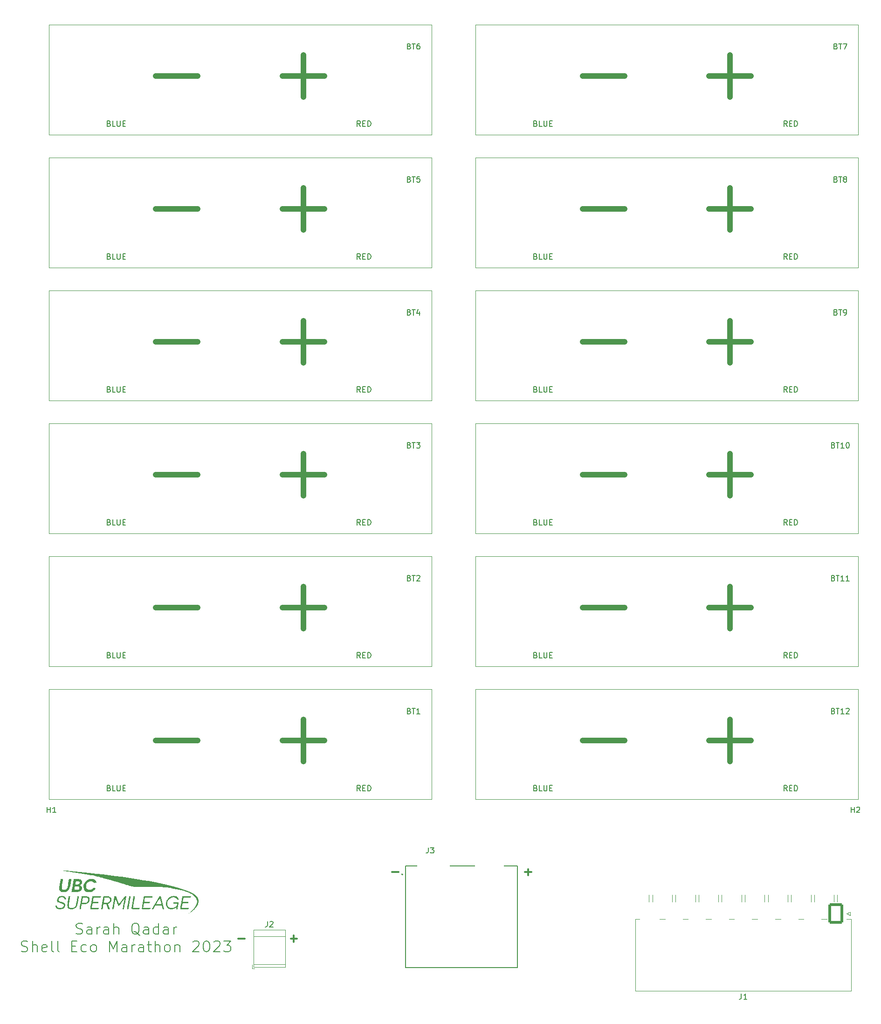
<source format=gto>
G04 #@! TF.GenerationSoftware,KiCad,Pcbnew,(6.0.8-1)-1*
G04 #@! TF.CreationDate,2022-12-30T12:11:22-08:00*
G04 #@! TF.ProjectId,URBAN_CELL_BOARD,55524241-4e5f-4434-954c-4c5f424f4152,rev?*
G04 #@! TF.SameCoordinates,Original*
G04 #@! TF.FileFunction,Legend,Top*
G04 #@! TF.FilePolarity,Positive*
%FSLAX46Y46*%
G04 Gerber Fmt 4.6, Leading zero omitted, Abs format (unit mm)*
G04 Created by KiCad (PCBNEW (6.0.8-1)-1) date 2022-12-30 12:11:22*
%MOMM*%
%LPD*%
G01*
G04 APERTURE LIST*
G04 Aperture macros list*
%AMRoundRect*
0 Rectangle with rounded corners*
0 $1 Rounding radius*
0 $2 $3 $4 $5 $6 $7 $8 $9 X,Y pos of 4 corners*
0 Add a 4 corners polygon primitive as box body*
4,1,4,$2,$3,$4,$5,$6,$7,$8,$9,$2,$3,0*
0 Add four circle primitives for the rounded corners*
1,1,$1+$1,$2,$3*
1,1,$1+$1,$4,$5*
1,1,$1+$1,$6,$7*
1,1,$1+$1,$8,$9*
0 Add four rect primitives between the rounded corners*
20,1,$1+$1,$2,$3,$4,$5,0*
20,1,$1+$1,$4,$5,$6,$7,0*
20,1,$1+$1,$6,$7,$8,$9,0*
20,1,$1+$1,$8,$9,$2,$3,0*%
G04 Aperture macros list end*
%ADD10C,0.300000*%
%ADD11C,0.150000*%
%ADD12C,1.000000*%
%ADD13C,0.120000*%
%ADD14C,0.127000*%
%ADD15C,0.200000*%
%ADD16C,9.000000*%
%ADD17R,6.000000X6.000000*%
%ADD18C,6.000000*%
%ADD19C,3.000000*%
%ADD20RoundRect,0.250001X1.099999X1.599999X-1.099999X1.599999X-1.099999X-1.599999X1.099999X-1.599999X0*%
%ADD21O,2.700000X3.700000*%
%ADD22R,2.100000X2.100000*%
%ADD23C,2.100000*%
%ADD24C,7.500000*%
G04 APERTURE END LIST*
D10*
X136461428Y-275697142D02*
X135318571Y-275697142D01*
X135890000Y-276268571D02*
X135890000Y-275125714D01*
X126936428Y-275697142D02*
X125793571Y-275697142D01*
X179006428Y-263632142D02*
X177863571Y-263632142D01*
X178435000Y-264203571D02*
X178435000Y-263060714D01*
D11*
X96362380Y-274789523D02*
X96648095Y-274884761D01*
X97124285Y-274884761D01*
X97314761Y-274789523D01*
X97410000Y-274694285D01*
X97505238Y-274503809D01*
X97505238Y-274313333D01*
X97410000Y-274122857D01*
X97314761Y-274027619D01*
X97124285Y-273932380D01*
X96743333Y-273837142D01*
X96552857Y-273741904D01*
X96457619Y-273646666D01*
X96362380Y-273456190D01*
X96362380Y-273265714D01*
X96457619Y-273075238D01*
X96552857Y-272980000D01*
X96743333Y-272884761D01*
X97219523Y-272884761D01*
X97505238Y-272980000D01*
X99219523Y-274884761D02*
X99219523Y-273837142D01*
X99124285Y-273646666D01*
X98933809Y-273551428D01*
X98552857Y-273551428D01*
X98362380Y-273646666D01*
X99219523Y-274789523D02*
X99029047Y-274884761D01*
X98552857Y-274884761D01*
X98362380Y-274789523D01*
X98267142Y-274599047D01*
X98267142Y-274408571D01*
X98362380Y-274218095D01*
X98552857Y-274122857D01*
X99029047Y-274122857D01*
X99219523Y-274027619D01*
X100171904Y-274884761D02*
X100171904Y-273551428D01*
X100171904Y-273932380D02*
X100267142Y-273741904D01*
X100362380Y-273646666D01*
X100552857Y-273551428D01*
X100743333Y-273551428D01*
X102267142Y-274884761D02*
X102267142Y-273837142D01*
X102171904Y-273646666D01*
X101981428Y-273551428D01*
X101600476Y-273551428D01*
X101410000Y-273646666D01*
X102267142Y-274789523D02*
X102076666Y-274884761D01*
X101600476Y-274884761D01*
X101410000Y-274789523D01*
X101314761Y-274599047D01*
X101314761Y-274408571D01*
X101410000Y-274218095D01*
X101600476Y-274122857D01*
X102076666Y-274122857D01*
X102267142Y-274027619D01*
X103219523Y-274884761D02*
X103219523Y-272884761D01*
X104076666Y-274884761D02*
X104076666Y-273837142D01*
X103981428Y-273646666D01*
X103790952Y-273551428D01*
X103505238Y-273551428D01*
X103314761Y-273646666D01*
X103219523Y-273741904D01*
X107886190Y-275075238D02*
X107695714Y-274980000D01*
X107505238Y-274789523D01*
X107219523Y-274503809D01*
X107029047Y-274408571D01*
X106838571Y-274408571D01*
X106933809Y-274884761D02*
X106743333Y-274789523D01*
X106552857Y-274599047D01*
X106457619Y-274218095D01*
X106457619Y-273551428D01*
X106552857Y-273170476D01*
X106743333Y-272980000D01*
X106933809Y-272884761D01*
X107314761Y-272884761D01*
X107505238Y-272980000D01*
X107695714Y-273170476D01*
X107790952Y-273551428D01*
X107790952Y-274218095D01*
X107695714Y-274599047D01*
X107505238Y-274789523D01*
X107314761Y-274884761D01*
X106933809Y-274884761D01*
X109505238Y-274884761D02*
X109505238Y-273837142D01*
X109410000Y-273646666D01*
X109219523Y-273551428D01*
X108838571Y-273551428D01*
X108648095Y-273646666D01*
X109505238Y-274789523D02*
X109314761Y-274884761D01*
X108838571Y-274884761D01*
X108648095Y-274789523D01*
X108552857Y-274599047D01*
X108552857Y-274408571D01*
X108648095Y-274218095D01*
X108838571Y-274122857D01*
X109314761Y-274122857D01*
X109505238Y-274027619D01*
X111314761Y-274884761D02*
X111314761Y-272884761D01*
X111314761Y-274789523D02*
X111124285Y-274884761D01*
X110743333Y-274884761D01*
X110552857Y-274789523D01*
X110457619Y-274694285D01*
X110362380Y-274503809D01*
X110362380Y-273932380D01*
X110457619Y-273741904D01*
X110552857Y-273646666D01*
X110743333Y-273551428D01*
X111124285Y-273551428D01*
X111314761Y-273646666D01*
X113124285Y-274884761D02*
X113124285Y-273837142D01*
X113029047Y-273646666D01*
X112838571Y-273551428D01*
X112457619Y-273551428D01*
X112267142Y-273646666D01*
X113124285Y-274789523D02*
X112933809Y-274884761D01*
X112457619Y-274884761D01*
X112267142Y-274789523D01*
X112171904Y-274599047D01*
X112171904Y-274408571D01*
X112267142Y-274218095D01*
X112457619Y-274122857D01*
X112933809Y-274122857D01*
X113124285Y-274027619D01*
X114076666Y-274884761D02*
X114076666Y-273551428D01*
X114076666Y-273932380D02*
X114171904Y-273741904D01*
X114267142Y-273646666D01*
X114457619Y-273551428D01*
X114648095Y-273551428D01*
X86410000Y-278009523D02*
X86695714Y-278104761D01*
X87171904Y-278104761D01*
X87362380Y-278009523D01*
X87457619Y-277914285D01*
X87552857Y-277723809D01*
X87552857Y-277533333D01*
X87457619Y-277342857D01*
X87362380Y-277247619D01*
X87171904Y-277152380D01*
X86790952Y-277057142D01*
X86600476Y-276961904D01*
X86505238Y-276866666D01*
X86410000Y-276676190D01*
X86410000Y-276485714D01*
X86505238Y-276295238D01*
X86600476Y-276200000D01*
X86790952Y-276104761D01*
X87267142Y-276104761D01*
X87552857Y-276200000D01*
X88410000Y-278104761D02*
X88410000Y-276104761D01*
X89267142Y-278104761D02*
X89267142Y-277057142D01*
X89171904Y-276866666D01*
X88981428Y-276771428D01*
X88695714Y-276771428D01*
X88505238Y-276866666D01*
X88410000Y-276961904D01*
X90981428Y-278009523D02*
X90790952Y-278104761D01*
X90410000Y-278104761D01*
X90219523Y-278009523D01*
X90124285Y-277819047D01*
X90124285Y-277057142D01*
X90219523Y-276866666D01*
X90410000Y-276771428D01*
X90790952Y-276771428D01*
X90981428Y-276866666D01*
X91076666Y-277057142D01*
X91076666Y-277247619D01*
X90124285Y-277438095D01*
X92219523Y-278104761D02*
X92029047Y-278009523D01*
X91933809Y-277819047D01*
X91933809Y-276104761D01*
X93267142Y-278104761D02*
X93076666Y-278009523D01*
X92981428Y-277819047D01*
X92981428Y-276104761D01*
X95552857Y-277057142D02*
X96219523Y-277057142D01*
X96505238Y-278104761D02*
X95552857Y-278104761D01*
X95552857Y-276104761D01*
X96505238Y-276104761D01*
X98219523Y-278009523D02*
X98029047Y-278104761D01*
X97648095Y-278104761D01*
X97457619Y-278009523D01*
X97362380Y-277914285D01*
X97267142Y-277723809D01*
X97267142Y-277152380D01*
X97362380Y-276961904D01*
X97457619Y-276866666D01*
X97648095Y-276771428D01*
X98029047Y-276771428D01*
X98219523Y-276866666D01*
X99362380Y-278104761D02*
X99171904Y-278009523D01*
X99076666Y-277914285D01*
X98981428Y-277723809D01*
X98981428Y-277152380D01*
X99076666Y-276961904D01*
X99171904Y-276866666D01*
X99362380Y-276771428D01*
X99648095Y-276771428D01*
X99838571Y-276866666D01*
X99933809Y-276961904D01*
X100029047Y-277152380D01*
X100029047Y-277723809D01*
X99933809Y-277914285D01*
X99838571Y-278009523D01*
X99648095Y-278104761D01*
X99362380Y-278104761D01*
X102410000Y-278104761D02*
X102410000Y-276104761D01*
X103076666Y-277533333D01*
X103743333Y-276104761D01*
X103743333Y-278104761D01*
X105552857Y-278104761D02*
X105552857Y-277057142D01*
X105457619Y-276866666D01*
X105267142Y-276771428D01*
X104886190Y-276771428D01*
X104695714Y-276866666D01*
X105552857Y-278009523D02*
X105362380Y-278104761D01*
X104886190Y-278104761D01*
X104695714Y-278009523D01*
X104600476Y-277819047D01*
X104600476Y-277628571D01*
X104695714Y-277438095D01*
X104886190Y-277342857D01*
X105362380Y-277342857D01*
X105552857Y-277247619D01*
X106505238Y-278104761D02*
X106505238Y-276771428D01*
X106505238Y-277152380D02*
X106600476Y-276961904D01*
X106695714Y-276866666D01*
X106886190Y-276771428D01*
X107076666Y-276771428D01*
X108600476Y-278104761D02*
X108600476Y-277057142D01*
X108505238Y-276866666D01*
X108314761Y-276771428D01*
X107933809Y-276771428D01*
X107743333Y-276866666D01*
X108600476Y-278009523D02*
X108410000Y-278104761D01*
X107933809Y-278104761D01*
X107743333Y-278009523D01*
X107648095Y-277819047D01*
X107648095Y-277628571D01*
X107743333Y-277438095D01*
X107933809Y-277342857D01*
X108410000Y-277342857D01*
X108600476Y-277247619D01*
X109267142Y-276771428D02*
X110029047Y-276771428D01*
X109552857Y-276104761D02*
X109552857Y-277819047D01*
X109648095Y-278009523D01*
X109838571Y-278104761D01*
X110029047Y-278104761D01*
X110695714Y-278104761D02*
X110695714Y-276104761D01*
X111552857Y-278104761D02*
X111552857Y-277057142D01*
X111457619Y-276866666D01*
X111267142Y-276771428D01*
X110981428Y-276771428D01*
X110790952Y-276866666D01*
X110695714Y-276961904D01*
X112790952Y-278104761D02*
X112600476Y-278009523D01*
X112505238Y-277914285D01*
X112410000Y-277723809D01*
X112410000Y-277152380D01*
X112505238Y-276961904D01*
X112600476Y-276866666D01*
X112790952Y-276771428D01*
X113076666Y-276771428D01*
X113267142Y-276866666D01*
X113362380Y-276961904D01*
X113457619Y-277152380D01*
X113457619Y-277723809D01*
X113362380Y-277914285D01*
X113267142Y-278009523D01*
X113076666Y-278104761D01*
X112790952Y-278104761D01*
X114314761Y-276771428D02*
X114314761Y-278104761D01*
X114314761Y-276961904D02*
X114410000Y-276866666D01*
X114600476Y-276771428D01*
X114886190Y-276771428D01*
X115076666Y-276866666D01*
X115171904Y-277057142D01*
X115171904Y-278104761D01*
X117552857Y-276295238D02*
X117648095Y-276200000D01*
X117838571Y-276104761D01*
X118314761Y-276104761D01*
X118505238Y-276200000D01*
X118600476Y-276295238D01*
X118695714Y-276485714D01*
X118695714Y-276676190D01*
X118600476Y-276961904D01*
X117457619Y-278104761D01*
X118695714Y-278104761D01*
X119933809Y-276104761D02*
X120124285Y-276104761D01*
X120314761Y-276200000D01*
X120410000Y-276295238D01*
X120505238Y-276485714D01*
X120600476Y-276866666D01*
X120600476Y-277342857D01*
X120505238Y-277723809D01*
X120410000Y-277914285D01*
X120314761Y-278009523D01*
X120124285Y-278104761D01*
X119933809Y-278104761D01*
X119743333Y-278009523D01*
X119648095Y-277914285D01*
X119552857Y-277723809D01*
X119457619Y-277342857D01*
X119457619Y-276866666D01*
X119552857Y-276485714D01*
X119648095Y-276295238D01*
X119743333Y-276200000D01*
X119933809Y-276104761D01*
X121362380Y-276295238D02*
X121457619Y-276200000D01*
X121648095Y-276104761D01*
X122124285Y-276104761D01*
X122314761Y-276200000D01*
X122409999Y-276295238D01*
X122505238Y-276485714D01*
X122505238Y-276676190D01*
X122409999Y-276961904D01*
X121267142Y-278104761D01*
X122505238Y-278104761D01*
X123171904Y-276104761D02*
X124409999Y-276104761D01*
X123743333Y-276866666D01*
X124029047Y-276866666D01*
X124219523Y-276961904D01*
X124314761Y-277057142D01*
X124409999Y-277247619D01*
X124409999Y-277723809D01*
X124314761Y-277914285D01*
X124219523Y-278009523D01*
X124029047Y-278104761D01*
X123457619Y-278104761D01*
X123267142Y-278009523D01*
X123171904Y-277914285D01*
D10*
X154876428Y-263632142D02*
X153733571Y-263632142D01*
D11*
X156843285Y-113678571D02*
X156986142Y-113726190D01*
X157033761Y-113773809D01*
X157081380Y-113869047D01*
X157081380Y-114011904D01*
X157033761Y-114107142D01*
X156986142Y-114154761D01*
X156890904Y-114202380D01*
X156509952Y-114202380D01*
X156509952Y-113202380D01*
X156843285Y-113202380D01*
X156938523Y-113250000D01*
X156986142Y-113297619D01*
X157033761Y-113392857D01*
X157033761Y-113488095D01*
X156986142Y-113583333D01*
X156938523Y-113630952D01*
X156843285Y-113678571D01*
X156509952Y-113678571D01*
X157367095Y-113202380D02*
X157938523Y-113202380D01*
X157652809Y-114202380D02*
X157652809Y-113202380D01*
X158700428Y-113202380D02*
X158509952Y-113202380D01*
X158414714Y-113250000D01*
X158367095Y-113297619D01*
X158271857Y-113440476D01*
X158224238Y-113630952D01*
X158224238Y-114011904D01*
X158271857Y-114107142D01*
X158319476Y-114154761D01*
X158414714Y-114202380D01*
X158605190Y-114202380D01*
X158700428Y-114154761D01*
X158748047Y-114107142D01*
X158795666Y-114011904D01*
X158795666Y-113773809D01*
X158748047Y-113678571D01*
X158700428Y-113630952D01*
X158605190Y-113583333D01*
X158414714Y-113583333D01*
X158319476Y-113630952D01*
X158271857Y-113678571D01*
X158224238Y-113773809D01*
X102319476Y-127678571D02*
X102462333Y-127726190D01*
X102509952Y-127773809D01*
X102557571Y-127869047D01*
X102557571Y-128011904D01*
X102509952Y-128107142D01*
X102462333Y-128154761D01*
X102367095Y-128202380D01*
X101986142Y-128202380D01*
X101986142Y-127202380D01*
X102319476Y-127202380D01*
X102414714Y-127250000D01*
X102462333Y-127297619D01*
X102509952Y-127392857D01*
X102509952Y-127488095D01*
X102462333Y-127583333D01*
X102414714Y-127630952D01*
X102319476Y-127678571D01*
X101986142Y-127678571D01*
X103462333Y-128202380D02*
X102986142Y-128202380D01*
X102986142Y-127202380D01*
X103795666Y-127202380D02*
X103795666Y-128011904D01*
X103843285Y-128107142D01*
X103890904Y-128154761D01*
X103986142Y-128202380D01*
X104176619Y-128202380D01*
X104271857Y-128154761D01*
X104319476Y-128107142D01*
X104367095Y-128011904D01*
X104367095Y-127202380D01*
X104843285Y-127678571D02*
X105176619Y-127678571D01*
X105319476Y-128202380D02*
X104843285Y-128202380D01*
X104843285Y-127202380D01*
X105319476Y-127202380D01*
X147986142Y-128202380D02*
X147652809Y-127726190D01*
X147414714Y-128202380D02*
X147414714Y-127202380D01*
X147795666Y-127202380D01*
X147890904Y-127250000D01*
X147938523Y-127297619D01*
X147986142Y-127392857D01*
X147986142Y-127535714D01*
X147938523Y-127630952D01*
X147890904Y-127678571D01*
X147795666Y-127726190D01*
X147414714Y-127726190D01*
X148414714Y-127678571D02*
X148748047Y-127678571D01*
X148890904Y-128202380D02*
X148414714Y-128202380D01*
X148414714Y-127202380D01*
X148890904Y-127202380D01*
X149319476Y-128202380D02*
X149319476Y-127202380D01*
X149557571Y-127202380D01*
X149700428Y-127250000D01*
X149795666Y-127345238D01*
X149843285Y-127440476D01*
X149890904Y-127630952D01*
X149890904Y-127773809D01*
X149843285Y-127964285D01*
X149795666Y-128059523D01*
X149700428Y-128154761D01*
X149557571Y-128202380D01*
X149319476Y-128202380D01*
D12*
X118438523Y-119035714D02*
X110819476Y-119035714D01*
X141438523Y-119035714D02*
X133819476Y-119035714D01*
X137629000Y-115226190D02*
X137629000Y-122845238D01*
D11*
X234343285Y-113678571D02*
X234486142Y-113726190D01*
X234533761Y-113773809D01*
X234581380Y-113869047D01*
X234581380Y-114011904D01*
X234533761Y-114107142D01*
X234486142Y-114154761D01*
X234390904Y-114202380D01*
X234009952Y-114202380D01*
X234009952Y-113202380D01*
X234343285Y-113202380D01*
X234438523Y-113250000D01*
X234486142Y-113297619D01*
X234533761Y-113392857D01*
X234533761Y-113488095D01*
X234486142Y-113583333D01*
X234438523Y-113630952D01*
X234343285Y-113678571D01*
X234009952Y-113678571D01*
X234867095Y-113202380D02*
X235438523Y-113202380D01*
X235152809Y-114202380D02*
X235152809Y-113202380D01*
X235676619Y-113202380D02*
X236343285Y-113202380D01*
X235914714Y-114202380D01*
X179819476Y-127678571D02*
X179962333Y-127726190D01*
X180009952Y-127773809D01*
X180057571Y-127869047D01*
X180057571Y-128011904D01*
X180009952Y-128107142D01*
X179962333Y-128154761D01*
X179867095Y-128202380D01*
X179486142Y-128202380D01*
X179486142Y-127202380D01*
X179819476Y-127202380D01*
X179914714Y-127250000D01*
X179962333Y-127297619D01*
X180009952Y-127392857D01*
X180009952Y-127488095D01*
X179962333Y-127583333D01*
X179914714Y-127630952D01*
X179819476Y-127678571D01*
X179486142Y-127678571D01*
X180962333Y-128202380D02*
X180486142Y-128202380D01*
X180486142Y-127202380D01*
X181295666Y-127202380D02*
X181295666Y-128011904D01*
X181343285Y-128107142D01*
X181390904Y-128154761D01*
X181486142Y-128202380D01*
X181676619Y-128202380D01*
X181771857Y-128154761D01*
X181819476Y-128107142D01*
X181867095Y-128011904D01*
X181867095Y-127202380D01*
X182343285Y-127678571D02*
X182676619Y-127678571D01*
X182819476Y-128202380D02*
X182343285Y-128202380D01*
X182343285Y-127202380D01*
X182819476Y-127202380D01*
X225486142Y-128202380D02*
X225152809Y-127726190D01*
X224914714Y-128202380D02*
X224914714Y-127202380D01*
X225295666Y-127202380D01*
X225390904Y-127250000D01*
X225438523Y-127297619D01*
X225486142Y-127392857D01*
X225486142Y-127535714D01*
X225438523Y-127630952D01*
X225390904Y-127678571D01*
X225295666Y-127726190D01*
X224914714Y-127726190D01*
X225914714Y-127678571D02*
X226248047Y-127678571D01*
X226390904Y-128202380D02*
X225914714Y-128202380D01*
X225914714Y-127202380D01*
X226390904Y-127202380D01*
X226819476Y-128202380D02*
X226819476Y-127202380D01*
X227057571Y-127202380D01*
X227200428Y-127250000D01*
X227295666Y-127345238D01*
X227343285Y-127440476D01*
X227390904Y-127630952D01*
X227390904Y-127773809D01*
X227343285Y-127964285D01*
X227295666Y-128059523D01*
X227200428Y-128154761D01*
X227057571Y-128202380D01*
X226819476Y-128202380D01*
D12*
X218938523Y-119035714D02*
X211319476Y-119035714D01*
X215129000Y-115226190D02*
X215129000Y-122845238D01*
X195938523Y-119035714D02*
X188319476Y-119035714D01*
D11*
X156843285Y-137812571D02*
X156986142Y-137860190D01*
X157033761Y-137907809D01*
X157081380Y-138003047D01*
X157081380Y-138145904D01*
X157033761Y-138241142D01*
X156986142Y-138288761D01*
X156890904Y-138336380D01*
X156509952Y-138336380D01*
X156509952Y-137336380D01*
X156843285Y-137336380D01*
X156938523Y-137384000D01*
X156986142Y-137431619D01*
X157033761Y-137526857D01*
X157033761Y-137622095D01*
X156986142Y-137717333D01*
X156938523Y-137764952D01*
X156843285Y-137812571D01*
X156509952Y-137812571D01*
X157367095Y-137336380D02*
X157938523Y-137336380D01*
X157652809Y-138336380D02*
X157652809Y-137336380D01*
X158748047Y-137336380D02*
X158271857Y-137336380D01*
X158224238Y-137812571D01*
X158271857Y-137764952D01*
X158367095Y-137717333D01*
X158605190Y-137717333D01*
X158700428Y-137764952D01*
X158748047Y-137812571D01*
X158795666Y-137907809D01*
X158795666Y-138145904D01*
X158748047Y-138241142D01*
X158700428Y-138288761D01*
X158605190Y-138336380D01*
X158367095Y-138336380D01*
X158271857Y-138288761D01*
X158224238Y-138241142D01*
X147986142Y-152336380D02*
X147652809Y-151860190D01*
X147414714Y-152336380D02*
X147414714Y-151336380D01*
X147795666Y-151336380D01*
X147890904Y-151384000D01*
X147938523Y-151431619D01*
X147986142Y-151526857D01*
X147986142Y-151669714D01*
X147938523Y-151764952D01*
X147890904Y-151812571D01*
X147795666Y-151860190D01*
X147414714Y-151860190D01*
X148414714Y-151812571D02*
X148748047Y-151812571D01*
X148890904Y-152336380D02*
X148414714Y-152336380D01*
X148414714Y-151336380D01*
X148890904Y-151336380D01*
X149319476Y-152336380D02*
X149319476Y-151336380D01*
X149557571Y-151336380D01*
X149700428Y-151384000D01*
X149795666Y-151479238D01*
X149843285Y-151574476D01*
X149890904Y-151764952D01*
X149890904Y-151907809D01*
X149843285Y-152098285D01*
X149795666Y-152193523D01*
X149700428Y-152288761D01*
X149557571Y-152336380D01*
X149319476Y-152336380D01*
D12*
X141438523Y-143169714D02*
X133819476Y-143169714D01*
X137629000Y-139360190D02*
X137629000Y-146979238D01*
X118438523Y-143169714D02*
X110819476Y-143169714D01*
D11*
X102319476Y-151812571D02*
X102462333Y-151860190D01*
X102509952Y-151907809D01*
X102557571Y-152003047D01*
X102557571Y-152145904D01*
X102509952Y-152241142D01*
X102462333Y-152288761D01*
X102367095Y-152336380D01*
X101986142Y-152336380D01*
X101986142Y-151336380D01*
X102319476Y-151336380D01*
X102414714Y-151384000D01*
X102462333Y-151431619D01*
X102509952Y-151526857D01*
X102509952Y-151622095D01*
X102462333Y-151717333D01*
X102414714Y-151764952D01*
X102319476Y-151812571D01*
X101986142Y-151812571D01*
X103462333Y-152336380D02*
X102986142Y-152336380D01*
X102986142Y-151336380D01*
X103795666Y-151336380D02*
X103795666Y-152145904D01*
X103843285Y-152241142D01*
X103890904Y-152288761D01*
X103986142Y-152336380D01*
X104176619Y-152336380D01*
X104271857Y-152288761D01*
X104319476Y-152241142D01*
X104367095Y-152145904D01*
X104367095Y-151336380D01*
X104843285Y-151812571D02*
X105176619Y-151812571D01*
X105319476Y-152336380D02*
X104843285Y-152336380D01*
X104843285Y-151336380D01*
X105319476Y-151336380D01*
X234343285Y-161946571D02*
X234486142Y-161994190D01*
X234533761Y-162041809D01*
X234581380Y-162137047D01*
X234581380Y-162279904D01*
X234533761Y-162375142D01*
X234486142Y-162422761D01*
X234390904Y-162470380D01*
X234009952Y-162470380D01*
X234009952Y-161470380D01*
X234343285Y-161470380D01*
X234438523Y-161518000D01*
X234486142Y-161565619D01*
X234533761Y-161660857D01*
X234533761Y-161756095D01*
X234486142Y-161851333D01*
X234438523Y-161898952D01*
X234343285Y-161946571D01*
X234009952Y-161946571D01*
X234867095Y-161470380D02*
X235438523Y-161470380D01*
X235152809Y-162470380D02*
X235152809Y-161470380D01*
X235819476Y-162470380D02*
X236009952Y-162470380D01*
X236105190Y-162422761D01*
X236152809Y-162375142D01*
X236248047Y-162232285D01*
X236295666Y-162041809D01*
X236295666Y-161660857D01*
X236248047Y-161565619D01*
X236200428Y-161518000D01*
X236105190Y-161470380D01*
X235914714Y-161470380D01*
X235819476Y-161518000D01*
X235771857Y-161565619D01*
X235724238Y-161660857D01*
X235724238Y-161898952D01*
X235771857Y-161994190D01*
X235819476Y-162041809D01*
X235914714Y-162089428D01*
X236105190Y-162089428D01*
X236200428Y-162041809D01*
X236248047Y-161994190D01*
X236295666Y-161898952D01*
D12*
X218938523Y-167303714D02*
X211319476Y-167303714D01*
X215129000Y-163494190D02*
X215129000Y-171113238D01*
X195938523Y-167303714D02*
X188319476Y-167303714D01*
D11*
X225486142Y-176470380D02*
X225152809Y-175994190D01*
X224914714Y-176470380D02*
X224914714Y-175470380D01*
X225295666Y-175470380D01*
X225390904Y-175518000D01*
X225438523Y-175565619D01*
X225486142Y-175660857D01*
X225486142Y-175803714D01*
X225438523Y-175898952D01*
X225390904Y-175946571D01*
X225295666Y-175994190D01*
X224914714Y-175994190D01*
X225914714Y-175946571D02*
X226248047Y-175946571D01*
X226390904Y-176470380D02*
X225914714Y-176470380D01*
X225914714Y-175470380D01*
X226390904Y-175470380D01*
X226819476Y-176470380D02*
X226819476Y-175470380D01*
X227057571Y-175470380D01*
X227200428Y-175518000D01*
X227295666Y-175613238D01*
X227343285Y-175708476D01*
X227390904Y-175898952D01*
X227390904Y-176041809D01*
X227343285Y-176232285D01*
X227295666Y-176327523D01*
X227200428Y-176422761D01*
X227057571Y-176470380D01*
X226819476Y-176470380D01*
X179819476Y-175946571D02*
X179962333Y-175994190D01*
X180009952Y-176041809D01*
X180057571Y-176137047D01*
X180057571Y-176279904D01*
X180009952Y-176375142D01*
X179962333Y-176422761D01*
X179867095Y-176470380D01*
X179486142Y-176470380D01*
X179486142Y-175470380D01*
X179819476Y-175470380D01*
X179914714Y-175518000D01*
X179962333Y-175565619D01*
X180009952Y-175660857D01*
X180009952Y-175756095D01*
X179962333Y-175851333D01*
X179914714Y-175898952D01*
X179819476Y-175946571D01*
X179486142Y-175946571D01*
X180962333Y-176470380D02*
X180486142Y-176470380D01*
X180486142Y-175470380D01*
X181295666Y-175470380D02*
X181295666Y-176279904D01*
X181343285Y-176375142D01*
X181390904Y-176422761D01*
X181486142Y-176470380D01*
X181676619Y-176470380D01*
X181771857Y-176422761D01*
X181819476Y-176375142D01*
X181867095Y-176279904D01*
X181867095Y-175470380D01*
X182343285Y-175946571D02*
X182676619Y-175946571D01*
X182819476Y-176470380D02*
X182343285Y-176470380D01*
X182343285Y-175470380D01*
X182819476Y-175470380D01*
X160321666Y-259167380D02*
X160321666Y-259881666D01*
X160274047Y-260024523D01*
X160178809Y-260119761D01*
X160035952Y-260167380D01*
X159940714Y-260167380D01*
X160702619Y-259167380D02*
X161321666Y-259167380D01*
X160988333Y-259548333D01*
X161131190Y-259548333D01*
X161226428Y-259595952D01*
X161274047Y-259643571D01*
X161321666Y-259738809D01*
X161321666Y-259976904D01*
X161274047Y-260072142D01*
X161226428Y-260119761D01*
X161131190Y-260167380D01*
X160845476Y-260167380D01*
X160750238Y-260119761D01*
X160702619Y-260072142D01*
X217181666Y-285697380D02*
X217181666Y-286411666D01*
X217134047Y-286554523D01*
X217038809Y-286649761D01*
X216895952Y-286697380D01*
X216800714Y-286697380D01*
X218181666Y-286697380D02*
X217610238Y-286697380D01*
X217895952Y-286697380D02*
X217895952Y-285697380D01*
X217800714Y-285840238D01*
X217705476Y-285935476D01*
X217610238Y-285983095D01*
X156843285Y-186081571D02*
X156986142Y-186129190D01*
X157033761Y-186176809D01*
X157081380Y-186272047D01*
X157081380Y-186414904D01*
X157033761Y-186510142D01*
X156986142Y-186557761D01*
X156890904Y-186605380D01*
X156509952Y-186605380D01*
X156509952Y-185605380D01*
X156843285Y-185605380D01*
X156938523Y-185653000D01*
X156986142Y-185700619D01*
X157033761Y-185795857D01*
X157033761Y-185891095D01*
X156986142Y-185986333D01*
X156938523Y-186033952D01*
X156843285Y-186081571D01*
X156509952Y-186081571D01*
X157367095Y-185605380D02*
X157938523Y-185605380D01*
X157652809Y-186605380D02*
X157652809Y-185605380D01*
X158176619Y-185605380D02*
X158795666Y-185605380D01*
X158462333Y-185986333D01*
X158605190Y-185986333D01*
X158700428Y-186033952D01*
X158748047Y-186081571D01*
X158795666Y-186176809D01*
X158795666Y-186414904D01*
X158748047Y-186510142D01*
X158700428Y-186557761D01*
X158605190Y-186605380D01*
X158319476Y-186605380D01*
X158224238Y-186557761D01*
X158176619Y-186510142D01*
D12*
X118438523Y-191438714D02*
X110819476Y-191438714D01*
X141438523Y-191438714D02*
X133819476Y-191438714D01*
X137629000Y-187629190D02*
X137629000Y-195248238D01*
D11*
X102319476Y-200081571D02*
X102462333Y-200129190D01*
X102509952Y-200176809D01*
X102557571Y-200272047D01*
X102557571Y-200414904D01*
X102509952Y-200510142D01*
X102462333Y-200557761D01*
X102367095Y-200605380D01*
X101986142Y-200605380D01*
X101986142Y-199605380D01*
X102319476Y-199605380D01*
X102414714Y-199653000D01*
X102462333Y-199700619D01*
X102509952Y-199795857D01*
X102509952Y-199891095D01*
X102462333Y-199986333D01*
X102414714Y-200033952D01*
X102319476Y-200081571D01*
X101986142Y-200081571D01*
X103462333Y-200605380D02*
X102986142Y-200605380D01*
X102986142Y-199605380D01*
X103795666Y-199605380D02*
X103795666Y-200414904D01*
X103843285Y-200510142D01*
X103890904Y-200557761D01*
X103986142Y-200605380D01*
X104176619Y-200605380D01*
X104271857Y-200557761D01*
X104319476Y-200510142D01*
X104367095Y-200414904D01*
X104367095Y-199605380D01*
X104843285Y-200081571D02*
X105176619Y-200081571D01*
X105319476Y-200605380D02*
X104843285Y-200605380D01*
X104843285Y-199605380D01*
X105319476Y-199605380D01*
X147986142Y-200605380D02*
X147652809Y-200129190D01*
X147414714Y-200605380D02*
X147414714Y-199605380D01*
X147795666Y-199605380D01*
X147890904Y-199653000D01*
X147938523Y-199700619D01*
X147986142Y-199795857D01*
X147986142Y-199938714D01*
X147938523Y-200033952D01*
X147890904Y-200081571D01*
X147795666Y-200129190D01*
X147414714Y-200129190D01*
X148414714Y-200081571D02*
X148748047Y-200081571D01*
X148890904Y-200605380D02*
X148414714Y-200605380D01*
X148414714Y-199605380D01*
X148890904Y-199605380D01*
X149319476Y-200605380D02*
X149319476Y-199605380D01*
X149557571Y-199605380D01*
X149700428Y-199653000D01*
X149795666Y-199748238D01*
X149843285Y-199843476D01*
X149890904Y-200033952D01*
X149890904Y-200176809D01*
X149843285Y-200367285D01*
X149795666Y-200462523D01*
X149700428Y-200557761D01*
X149557571Y-200605380D01*
X149319476Y-200605380D01*
X233867095Y-186081571D02*
X234009952Y-186129190D01*
X234057571Y-186176809D01*
X234105190Y-186272047D01*
X234105190Y-186414904D01*
X234057571Y-186510142D01*
X234009952Y-186557761D01*
X233914714Y-186605380D01*
X233533761Y-186605380D01*
X233533761Y-185605380D01*
X233867095Y-185605380D01*
X233962333Y-185653000D01*
X234009952Y-185700619D01*
X234057571Y-185795857D01*
X234057571Y-185891095D01*
X234009952Y-185986333D01*
X233962333Y-186033952D01*
X233867095Y-186081571D01*
X233533761Y-186081571D01*
X234390904Y-185605380D02*
X234962333Y-185605380D01*
X234676619Y-186605380D02*
X234676619Y-185605380D01*
X235819476Y-186605380D02*
X235248047Y-186605380D01*
X235533761Y-186605380D02*
X235533761Y-185605380D01*
X235438523Y-185748238D01*
X235343285Y-185843476D01*
X235248047Y-185891095D01*
X236438523Y-185605380D02*
X236533761Y-185605380D01*
X236629000Y-185653000D01*
X236676619Y-185700619D01*
X236724238Y-185795857D01*
X236771857Y-185986333D01*
X236771857Y-186224428D01*
X236724238Y-186414904D01*
X236676619Y-186510142D01*
X236629000Y-186557761D01*
X236533761Y-186605380D01*
X236438523Y-186605380D01*
X236343285Y-186557761D01*
X236295666Y-186510142D01*
X236248047Y-186414904D01*
X236200428Y-186224428D01*
X236200428Y-185986333D01*
X236248047Y-185795857D01*
X236295666Y-185700619D01*
X236343285Y-185653000D01*
X236438523Y-185605380D01*
D12*
X195938523Y-191438714D02*
X188319476Y-191438714D01*
D11*
X225486142Y-200605380D02*
X225152809Y-200129190D01*
X224914714Y-200605380D02*
X224914714Y-199605380D01*
X225295666Y-199605380D01*
X225390904Y-199653000D01*
X225438523Y-199700619D01*
X225486142Y-199795857D01*
X225486142Y-199938714D01*
X225438523Y-200033952D01*
X225390904Y-200081571D01*
X225295666Y-200129190D01*
X224914714Y-200129190D01*
X225914714Y-200081571D02*
X226248047Y-200081571D01*
X226390904Y-200605380D02*
X225914714Y-200605380D01*
X225914714Y-199605380D01*
X226390904Y-199605380D01*
X226819476Y-200605380D02*
X226819476Y-199605380D01*
X227057571Y-199605380D01*
X227200428Y-199653000D01*
X227295666Y-199748238D01*
X227343285Y-199843476D01*
X227390904Y-200033952D01*
X227390904Y-200176809D01*
X227343285Y-200367285D01*
X227295666Y-200462523D01*
X227200428Y-200557761D01*
X227057571Y-200605380D01*
X226819476Y-200605380D01*
X179819476Y-200081571D02*
X179962333Y-200129190D01*
X180009952Y-200176809D01*
X180057571Y-200272047D01*
X180057571Y-200414904D01*
X180009952Y-200510142D01*
X179962333Y-200557761D01*
X179867095Y-200605380D01*
X179486142Y-200605380D01*
X179486142Y-199605380D01*
X179819476Y-199605380D01*
X179914714Y-199653000D01*
X179962333Y-199700619D01*
X180009952Y-199795857D01*
X180009952Y-199891095D01*
X179962333Y-199986333D01*
X179914714Y-200033952D01*
X179819476Y-200081571D01*
X179486142Y-200081571D01*
X180962333Y-200605380D02*
X180486142Y-200605380D01*
X180486142Y-199605380D01*
X181295666Y-199605380D02*
X181295666Y-200414904D01*
X181343285Y-200510142D01*
X181390904Y-200557761D01*
X181486142Y-200605380D01*
X181676619Y-200605380D01*
X181771857Y-200557761D01*
X181819476Y-200510142D01*
X181867095Y-200414904D01*
X181867095Y-199605380D01*
X182343285Y-200081571D02*
X182676619Y-200081571D01*
X182819476Y-200605380D02*
X182343285Y-200605380D01*
X182343285Y-199605380D01*
X182819476Y-199605380D01*
D12*
X218938523Y-191438714D02*
X211319476Y-191438714D01*
X215129000Y-187629190D02*
X215129000Y-195248238D01*
D11*
X156843285Y-161946571D02*
X156986142Y-161994190D01*
X157033761Y-162041809D01*
X157081380Y-162137047D01*
X157081380Y-162279904D01*
X157033761Y-162375142D01*
X156986142Y-162422761D01*
X156890904Y-162470380D01*
X156509952Y-162470380D01*
X156509952Y-161470380D01*
X156843285Y-161470380D01*
X156938523Y-161518000D01*
X156986142Y-161565619D01*
X157033761Y-161660857D01*
X157033761Y-161756095D01*
X156986142Y-161851333D01*
X156938523Y-161898952D01*
X156843285Y-161946571D01*
X156509952Y-161946571D01*
X157367095Y-161470380D02*
X157938523Y-161470380D01*
X157652809Y-162470380D02*
X157652809Y-161470380D01*
X158700428Y-161803714D02*
X158700428Y-162470380D01*
X158462333Y-161422761D02*
X158224238Y-162137047D01*
X158843285Y-162137047D01*
D12*
X141438523Y-167303714D02*
X133819476Y-167303714D01*
X137629000Y-163494190D02*
X137629000Y-171113238D01*
X118438523Y-167303714D02*
X110819476Y-167303714D01*
D11*
X147986142Y-176470380D02*
X147652809Y-175994190D01*
X147414714Y-176470380D02*
X147414714Y-175470380D01*
X147795666Y-175470380D01*
X147890904Y-175518000D01*
X147938523Y-175565619D01*
X147986142Y-175660857D01*
X147986142Y-175803714D01*
X147938523Y-175898952D01*
X147890904Y-175946571D01*
X147795666Y-175994190D01*
X147414714Y-175994190D01*
X148414714Y-175946571D02*
X148748047Y-175946571D01*
X148890904Y-176470380D02*
X148414714Y-176470380D01*
X148414714Y-175470380D01*
X148890904Y-175470380D01*
X149319476Y-176470380D02*
X149319476Y-175470380D01*
X149557571Y-175470380D01*
X149700428Y-175518000D01*
X149795666Y-175613238D01*
X149843285Y-175708476D01*
X149890904Y-175898952D01*
X149890904Y-176041809D01*
X149843285Y-176232285D01*
X149795666Y-176327523D01*
X149700428Y-176422761D01*
X149557571Y-176470380D01*
X149319476Y-176470380D01*
X102319476Y-175946571D02*
X102462333Y-175994190D01*
X102509952Y-176041809D01*
X102557571Y-176137047D01*
X102557571Y-176279904D01*
X102509952Y-176375142D01*
X102462333Y-176422761D01*
X102367095Y-176470380D01*
X101986142Y-176470380D01*
X101986142Y-175470380D01*
X102319476Y-175470380D01*
X102414714Y-175518000D01*
X102462333Y-175565619D01*
X102509952Y-175660857D01*
X102509952Y-175756095D01*
X102462333Y-175851333D01*
X102414714Y-175898952D01*
X102319476Y-175946571D01*
X101986142Y-175946571D01*
X103462333Y-176470380D02*
X102986142Y-176470380D01*
X102986142Y-175470380D01*
X103795666Y-175470380D02*
X103795666Y-176279904D01*
X103843285Y-176375142D01*
X103890904Y-176422761D01*
X103986142Y-176470380D01*
X104176619Y-176470380D01*
X104271857Y-176422761D01*
X104319476Y-176375142D01*
X104367095Y-176279904D01*
X104367095Y-175470380D01*
X104843285Y-175946571D02*
X105176619Y-175946571D01*
X105319476Y-176470380D02*
X104843285Y-176470380D01*
X104843285Y-175470380D01*
X105319476Y-175470380D01*
X233867095Y-210215571D02*
X234009952Y-210263190D01*
X234057571Y-210310809D01*
X234105190Y-210406047D01*
X234105190Y-210548904D01*
X234057571Y-210644142D01*
X234009952Y-210691761D01*
X233914714Y-210739380D01*
X233533761Y-210739380D01*
X233533761Y-209739380D01*
X233867095Y-209739380D01*
X233962333Y-209787000D01*
X234009952Y-209834619D01*
X234057571Y-209929857D01*
X234057571Y-210025095D01*
X234009952Y-210120333D01*
X233962333Y-210167952D01*
X233867095Y-210215571D01*
X233533761Y-210215571D01*
X234390904Y-209739380D02*
X234962333Y-209739380D01*
X234676619Y-210739380D02*
X234676619Y-209739380D01*
X235819476Y-210739380D02*
X235248047Y-210739380D01*
X235533761Y-210739380D02*
X235533761Y-209739380D01*
X235438523Y-209882238D01*
X235343285Y-209977476D01*
X235248047Y-210025095D01*
X236771857Y-210739380D02*
X236200428Y-210739380D01*
X236486142Y-210739380D02*
X236486142Y-209739380D01*
X236390904Y-209882238D01*
X236295666Y-209977476D01*
X236200428Y-210025095D01*
X225486142Y-224739380D02*
X225152809Y-224263190D01*
X224914714Y-224739380D02*
X224914714Y-223739380D01*
X225295666Y-223739380D01*
X225390904Y-223787000D01*
X225438523Y-223834619D01*
X225486142Y-223929857D01*
X225486142Y-224072714D01*
X225438523Y-224167952D01*
X225390904Y-224215571D01*
X225295666Y-224263190D01*
X224914714Y-224263190D01*
X225914714Y-224215571D02*
X226248047Y-224215571D01*
X226390904Y-224739380D02*
X225914714Y-224739380D01*
X225914714Y-223739380D01*
X226390904Y-223739380D01*
X226819476Y-224739380D02*
X226819476Y-223739380D01*
X227057571Y-223739380D01*
X227200428Y-223787000D01*
X227295666Y-223882238D01*
X227343285Y-223977476D01*
X227390904Y-224167952D01*
X227390904Y-224310809D01*
X227343285Y-224501285D01*
X227295666Y-224596523D01*
X227200428Y-224691761D01*
X227057571Y-224739380D01*
X226819476Y-224739380D01*
D12*
X218938523Y-215572714D02*
X211319476Y-215572714D01*
X215129000Y-211763190D02*
X215129000Y-219382238D01*
X195938523Y-215572714D02*
X188319476Y-215572714D01*
D11*
X179819476Y-224215571D02*
X179962333Y-224263190D01*
X180009952Y-224310809D01*
X180057571Y-224406047D01*
X180057571Y-224548904D01*
X180009952Y-224644142D01*
X179962333Y-224691761D01*
X179867095Y-224739380D01*
X179486142Y-224739380D01*
X179486142Y-223739380D01*
X179819476Y-223739380D01*
X179914714Y-223787000D01*
X179962333Y-223834619D01*
X180009952Y-223929857D01*
X180009952Y-224025095D01*
X179962333Y-224120333D01*
X179914714Y-224167952D01*
X179819476Y-224215571D01*
X179486142Y-224215571D01*
X180962333Y-224739380D02*
X180486142Y-224739380D01*
X180486142Y-223739380D01*
X181295666Y-223739380D02*
X181295666Y-224548904D01*
X181343285Y-224644142D01*
X181390904Y-224691761D01*
X181486142Y-224739380D01*
X181676619Y-224739380D01*
X181771857Y-224691761D01*
X181819476Y-224644142D01*
X181867095Y-224548904D01*
X181867095Y-223739380D01*
X182343285Y-224215571D02*
X182676619Y-224215571D01*
X182819476Y-224739380D02*
X182343285Y-224739380D01*
X182343285Y-223739380D01*
X182819476Y-223739380D01*
X131111666Y-272577380D02*
X131111666Y-273291666D01*
X131064047Y-273434523D01*
X130968809Y-273529761D01*
X130825952Y-273577380D01*
X130730714Y-273577380D01*
X131540238Y-272672619D02*
X131587857Y-272625000D01*
X131683095Y-272577380D01*
X131921190Y-272577380D01*
X132016428Y-272625000D01*
X132064047Y-272672619D01*
X132111666Y-272767857D01*
X132111666Y-272863095D01*
X132064047Y-273005952D01*
X131492619Y-273577380D01*
X132111666Y-273577380D01*
X237117095Y-252793380D02*
X237117095Y-251793380D01*
X237117095Y-252269571D02*
X237688523Y-252269571D01*
X237688523Y-252793380D02*
X237688523Y-251793380D01*
X238117095Y-251888619D02*
X238164714Y-251841000D01*
X238259952Y-251793380D01*
X238498047Y-251793380D01*
X238593285Y-251841000D01*
X238640904Y-251888619D01*
X238688523Y-251983857D01*
X238688523Y-252079095D01*
X238640904Y-252221952D01*
X238069476Y-252793380D01*
X238688523Y-252793380D01*
X156843285Y-234349571D02*
X156986142Y-234397190D01*
X157033761Y-234444809D01*
X157081380Y-234540047D01*
X157081380Y-234682904D01*
X157033761Y-234778142D01*
X156986142Y-234825761D01*
X156890904Y-234873380D01*
X156509952Y-234873380D01*
X156509952Y-233873380D01*
X156843285Y-233873380D01*
X156938523Y-233921000D01*
X156986142Y-233968619D01*
X157033761Y-234063857D01*
X157033761Y-234159095D01*
X156986142Y-234254333D01*
X156938523Y-234301952D01*
X156843285Y-234349571D01*
X156509952Y-234349571D01*
X157367095Y-233873380D02*
X157938523Y-233873380D01*
X157652809Y-234873380D02*
X157652809Y-233873380D01*
X158795666Y-234873380D02*
X158224238Y-234873380D01*
X158509952Y-234873380D02*
X158509952Y-233873380D01*
X158414714Y-234016238D01*
X158319476Y-234111476D01*
X158224238Y-234159095D01*
X147986142Y-248873380D02*
X147652809Y-248397190D01*
X147414714Y-248873380D02*
X147414714Y-247873380D01*
X147795666Y-247873380D01*
X147890904Y-247921000D01*
X147938523Y-247968619D01*
X147986142Y-248063857D01*
X147986142Y-248206714D01*
X147938523Y-248301952D01*
X147890904Y-248349571D01*
X147795666Y-248397190D01*
X147414714Y-248397190D01*
X148414714Y-248349571D02*
X148748047Y-248349571D01*
X148890904Y-248873380D02*
X148414714Y-248873380D01*
X148414714Y-247873380D01*
X148890904Y-247873380D01*
X149319476Y-248873380D02*
X149319476Y-247873380D01*
X149557571Y-247873380D01*
X149700428Y-247921000D01*
X149795666Y-248016238D01*
X149843285Y-248111476D01*
X149890904Y-248301952D01*
X149890904Y-248444809D01*
X149843285Y-248635285D01*
X149795666Y-248730523D01*
X149700428Y-248825761D01*
X149557571Y-248873380D01*
X149319476Y-248873380D01*
D12*
X141438523Y-239706714D02*
X133819476Y-239706714D01*
X137629000Y-235897190D02*
X137629000Y-243516238D01*
X118438523Y-239706714D02*
X110819476Y-239706714D01*
D11*
X102319476Y-248349571D02*
X102462333Y-248397190D01*
X102509952Y-248444809D01*
X102557571Y-248540047D01*
X102557571Y-248682904D01*
X102509952Y-248778142D01*
X102462333Y-248825761D01*
X102367095Y-248873380D01*
X101986142Y-248873380D01*
X101986142Y-247873380D01*
X102319476Y-247873380D01*
X102414714Y-247921000D01*
X102462333Y-247968619D01*
X102509952Y-248063857D01*
X102509952Y-248159095D01*
X102462333Y-248254333D01*
X102414714Y-248301952D01*
X102319476Y-248349571D01*
X101986142Y-248349571D01*
X103462333Y-248873380D02*
X102986142Y-248873380D01*
X102986142Y-247873380D01*
X103795666Y-247873380D02*
X103795666Y-248682904D01*
X103843285Y-248778142D01*
X103890904Y-248825761D01*
X103986142Y-248873380D01*
X104176619Y-248873380D01*
X104271857Y-248825761D01*
X104319476Y-248778142D01*
X104367095Y-248682904D01*
X104367095Y-247873380D01*
X104843285Y-248349571D02*
X105176619Y-248349571D01*
X105319476Y-248873380D02*
X104843285Y-248873380D01*
X104843285Y-247873380D01*
X105319476Y-247873380D01*
X233867095Y-234349571D02*
X234009952Y-234397190D01*
X234057571Y-234444809D01*
X234105190Y-234540047D01*
X234105190Y-234682904D01*
X234057571Y-234778142D01*
X234009952Y-234825761D01*
X233914714Y-234873380D01*
X233533761Y-234873380D01*
X233533761Y-233873380D01*
X233867095Y-233873380D01*
X233962333Y-233921000D01*
X234009952Y-233968619D01*
X234057571Y-234063857D01*
X234057571Y-234159095D01*
X234009952Y-234254333D01*
X233962333Y-234301952D01*
X233867095Y-234349571D01*
X233533761Y-234349571D01*
X234390904Y-233873380D02*
X234962333Y-233873380D01*
X234676619Y-234873380D02*
X234676619Y-233873380D01*
X235819476Y-234873380D02*
X235248047Y-234873380D01*
X235533761Y-234873380D02*
X235533761Y-233873380D01*
X235438523Y-234016238D01*
X235343285Y-234111476D01*
X235248047Y-234159095D01*
X236200428Y-233968619D02*
X236248047Y-233921000D01*
X236343285Y-233873380D01*
X236581380Y-233873380D01*
X236676619Y-233921000D01*
X236724238Y-233968619D01*
X236771857Y-234063857D01*
X236771857Y-234159095D01*
X236724238Y-234301952D01*
X236152809Y-234873380D01*
X236771857Y-234873380D01*
D12*
X218938523Y-239706714D02*
X211319476Y-239706714D01*
X215129000Y-235897190D02*
X215129000Y-243516238D01*
D11*
X225486142Y-248873380D02*
X225152809Y-248397190D01*
X224914714Y-248873380D02*
X224914714Y-247873380D01*
X225295666Y-247873380D01*
X225390904Y-247921000D01*
X225438523Y-247968619D01*
X225486142Y-248063857D01*
X225486142Y-248206714D01*
X225438523Y-248301952D01*
X225390904Y-248349571D01*
X225295666Y-248397190D01*
X224914714Y-248397190D01*
X225914714Y-248349571D02*
X226248047Y-248349571D01*
X226390904Y-248873380D02*
X225914714Y-248873380D01*
X225914714Y-247873380D01*
X226390904Y-247873380D01*
X226819476Y-248873380D02*
X226819476Y-247873380D01*
X227057571Y-247873380D01*
X227200428Y-247921000D01*
X227295666Y-248016238D01*
X227343285Y-248111476D01*
X227390904Y-248301952D01*
X227390904Y-248444809D01*
X227343285Y-248635285D01*
X227295666Y-248730523D01*
X227200428Y-248825761D01*
X227057571Y-248873380D01*
X226819476Y-248873380D01*
D12*
X195938523Y-239706714D02*
X188319476Y-239706714D01*
D11*
X179819476Y-248349571D02*
X179962333Y-248397190D01*
X180009952Y-248444809D01*
X180057571Y-248540047D01*
X180057571Y-248682904D01*
X180009952Y-248778142D01*
X179962333Y-248825761D01*
X179867095Y-248873380D01*
X179486142Y-248873380D01*
X179486142Y-247873380D01*
X179819476Y-247873380D01*
X179914714Y-247921000D01*
X179962333Y-247968619D01*
X180009952Y-248063857D01*
X180009952Y-248159095D01*
X179962333Y-248254333D01*
X179914714Y-248301952D01*
X179819476Y-248349571D01*
X179486142Y-248349571D01*
X180962333Y-248873380D02*
X180486142Y-248873380D01*
X180486142Y-247873380D01*
X181295666Y-247873380D02*
X181295666Y-248682904D01*
X181343285Y-248778142D01*
X181390904Y-248825761D01*
X181486142Y-248873380D01*
X181676619Y-248873380D01*
X181771857Y-248825761D01*
X181819476Y-248778142D01*
X181867095Y-248682904D01*
X181867095Y-247873380D01*
X182343285Y-248349571D02*
X182676619Y-248349571D01*
X182819476Y-248873380D02*
X182343285Y-248873380D01*
X182343285Y-247873380D01*
X182819476Y-247873380D01*
X91117095Y-252793380D02*
X91117095Y-251793380D01*
X91117095Y-252269571D02*
X91688523Y-252269571D01*
X91688523Y-252793380D02*
X91688523Y-251793380D01*
X92688523Y-252793380D02*
X92117095Y-252793380D01*
X92402809Y-252793380D02*
X92402809Y-251793380D01*
X92307571Y-251936238D01*
X92212333Y-252031476D01*
X92117095Y-252079095D01*
X156843285Y-210215571D02*
X156986142Y-210263190D01*
X157033761Y-210310809D01*
X157081380Y-210406047D01*
X157081380Y-210548904D01*
X157033761Y-210644142D01*
X156986142Y-210691761D01*
X156890904Y-210739380D01*
X156509952Y-210739380D01*
X156509952Y-209739380D01*
X156843285Y-209739380D01*
X156938523Y-209787000D01*
X156986142Y-209834619D01*
X157033761Y-209929857D01*
X157033761Y-210025095D01*
X156986142Y-210120333D01*
X156938523Y-210167952D01*
X156843285Y-210215571D01*
X156509952Y-210215571D01*
X157367095Y-209739380D02*
X157938523Y-209739380D01*
X157652809Y-210739380D02*
X157652809Y-209739380D01*
X158224238Y-209834619D02*
X158271857Y-209787000D01*
X158367095Y-209739380D01*
X158605190Y-209739380D01*
X158700428Y-209787000D01*
X158748047Y-209834619D01*
X158795666Y-209929857D01*
X158795666Y-210025095D01*
X158748047Y-210167952D01*
X158176619Y-210739380D01*
X158795666Y-210739380D01*
D12*
X118438523Y-215572714D02*
X110819476Y-215572714D01*
D11*
X147986142Y-224739380D02*
X147652809Y-224263190D01*
X147414714Y-224739380D02*
X147414714Y-223739380D01*
X147795666Y-223739380D01*
X147890904Y-223787000D01*
X147938523Y-223834619D01*
X147986142Y-223929857D01*
X147986142Y-224072714D01*
X147938523Y-224167952D01*
X147890904Y-224215571D01*
X147795666Y-224263190D01*
X147414714Y-224263190D01*
X148414714Y-224215571D02*
X148748047Y-224215571D01*
X148890904Y-224739380D02*
X148414714Y-224739380D01*
X148414714Y-223739380D01*
X148890904Y-223739380D01*
X149319476Y-224739380D02*
X149319476Y-223739380D01*
X149557571Y-223739380D01*
X149700428Y-223787000D01*
X149795666Y-223882238D01*
X149843285Y-223977476D01*
X149890904Y-224167952D01*
X149890904Y-224310809D01*
X149843285Y-224501285D01*
X149795666Y-224596523D01*
X149700428Y-224691761D01*
X149557571Y-224739380D01*
X149319476Y-224739380D01*
D12*
X141438523Y-215572714D02*
X133819476Y-215572714D01*
X137629000Y-211763190D02*
X137629000Y-219382238D01*
D11*
X102319476Y-224215571D02*
X102462333Y-224263190D01*
X102509952Y-224310809D01*
X102557571Y-224406047D01*
X102557571Y-224548904D01*
X102509952Y-224644142D01*
X102462333Y-224691761D01*
X102367095Y-224739380D01*
X101986142Y-224739380D01*
X101986142Y-223739380D01*
X102319476Y-223739380D01*
X102414714Y-223787000D01*
X102462333Y-223834619D01*
X102509952Y-223929857D01*
X102509952Y-224025095D01*
X102462333Y-224120333D01*
X102414714Y-224167952D01*
X102319476Y-224215571D01*
X101986142Y-224215571D01*
X103462333Y-224739380D02*
X102986142Y-224739380D01*
X102986142Y-223739380D01*
X103795666Y-223739380D02*
X103795666Y-224548904D01*
X103843285Y-224644142D01*
X103890904Y-224691761D01*
X103986142Y-224739380D01*
X104176619Y-224739380D01*
X104271857Y-224691761D01*
X104319476Y-224644142D01*
X104367095Y-224548904D01*
X104367095Y-223739380D01*
X104843285Y-224215571D02*
X105176619Y-224215571D01*
X105319476Y-224739380D02*
X104843285Y-224739380D01*
X104843285Y-223739380D01*
X105319476Y-223739380D01*
X234343285Y-137812571D02*
X234486142Y-137860190D01*
X234533761Y-137907809D01*
X234581380Y-138003047D01*
X234581380Y-138145904D01*
X234533761Y-138241142D01*
X234486142Y-138288761D01*
X234390904Y-138336380D01*
X234009952Y-138336380D01*
X234009952Y-137336380D01*
X234343285Y-137336380D01*
X234438523Y-137384000D01*
X234486142Y-137431619D01*
X234533761Y-137526857D01*
X234533761Y-137622095D01*
X234486142Y-137717333D01*
X234438523Y-137764952D01*
X234343285Y-137812571D01*
X234009952Y-137812571D01*
X234867095Y-137336380D02*
X235438523Y-137336380D01*
X235152809Y-138336380D02*
X235152809Y-137336380D01*
X235914714Y-137764952D02*
X235819476Y-137717333D01*
X235771857Y-137669714D01*
X235724238Y-137574476D01*
X235724238Y-137526857D01*
X235771857Y-137431619D01*
X235819476Y-137384000D01*
X235914714Y-137336380D01*
X236105190Y-137336380D01*
X236200428Y-137384000D01*
X236248047Y-137431619D01*
X236295666Y-137526857D01*
X236295666Y-137574476D01*
X236248047Y-137669714D01*
X236200428Y-137717333D01*
X236105190Y-137764952D01*
X235914714Y-137764952D01*
X235819476Y-137812571D01*
X235771857Y-137860190D01*
X235724238Y-137955428D01*
X235724238Y-138145904D01*
X235771857Y-138241142D01*
X235819476Y-138288761D01*
X235914714Y-138336380D01*
X236105190Y-138336380D01*
X236200428Y-138288761D01*
X236248047Y-138241142D01*
X236295666Y-138145904D01*
X236295666Y-137955428D01*
X236248047Y-137860190D01*
X236200428Y-137812571D01*
X236105190Y-137764952D01*
X225486142Y-152336380D02*
X225152809Y-151860190D01*
X224914714Y-152336380D02*
X224914714Y-151336380D01*
X225295666Y-151336380D01*
X225390904Y-151384000D01*
X225438523Y-151431619D01*
X225486142Y-151526857D01*
X225486142Y-151669714D01*
X225438523Y-151764952D01*
X225390904Y-151812571D01*
X225295666Y-151860190D01*
X224914714Y-151860190D01*
X225914714Y-151812571D02*
X226248047Y-151812571D01*
X226390904Y-152336380D02*
X225914714Y-152336380D01*
X225914714Y-151336380D01*
X226390904Y-151336380D01*
X226819476Y-152336380D02*
X226819476Y-151336380D01*
X227057571Y-151336380D01*
X227200428Y-151384000D01*
X227295666Y-151479238D01*
X227343285Y-151574476D01*
X227390904Y-151764952D01*
X227390904Y-151907809D01*
X227343285Y-152098285D01*
X227295666Y-152193523D01*
X227200428Y-152288761D01*
X227057571Y-152336380D01*
X226819476Y-152336380D01*
D12*
X195938523Y-143169714D02*
X188319476Y-143169714D01*
X218938523Y-143169714D02*
X211319476Y-143169714D01*
X215129000Y-139360190D02*
X215129000Y-146979238D01*
D11*
X179819476Y-151812571D02*
X179962333Y-151860190D01*
X180009952Y-151907809D01*
X180057571Y-152003047D01*
X180057571Y-152145904D01*
X180009952Y-152241142D01*
X179962333Y-152288761D01*
X179867095Y-152336380D01*
X179486142Y-152336380D01*
X179486142Y-151336380D01*
X179819476Y-151336380D01*
X179914714Y-151384000D01*
X179962333Y-151431619D01*
X180009952Y-151526857D01*
X180009952Y-151622095D01*
X179962333Y-151717333D01*
X179914714Y-151764952D01*
X179819476Y-151812571D01*
X179486142Y-151812571D01*
X180962333Y-152336380D02*
X180486142Y-152336380D01*
X180486142Y-151336380D01*
X181295666Y-151336380D02*
X181295666Y-152145904D01*
X181343285Y-152241142D01*
X181390904Y-152288761D01*
X181486142Y-152336380D01*
X181676619Y-152336380D01*
X181771857Y-152288761D01*
X181819476Y-152241142D01*
X181867095Y-152145904D01*
X181867095Y-151336380D01*
X182343285Y-151812571D02*
X182676619Y-151812571D01*
X182819476Y-152336380D02*
X182343285Y-152336380D01*
X182343285Y-151336380D01*
X182819476Y-151336380D01*
D13*
X160909000Y-129750000D02*
X91409000Y-129750000D01*
X91409000Y-129750000D02*
X91409000Y-109750000D01*
X91409000Y-109750000D02*
X160909000Y-109750000D01*
X160909000Y-109750000D02*
X160909000Y-129750000D01*
X238409000Y-129750000D02*
X168909000Y-129750000D01*
X168909000Y-129750000D02*
X168909000Y-109750000D01*
X168909000Y-109750000D02*
X238409000Y-109750000D01*
X238409000Y-109750000D02*
X238409000Y-129750000D01*
X160909000Y-153884000D02*
X91409000Y-153884000D01*
X91409000Y-153884000D02*
X91409000Y-133884000D01*
X91409000Y-133884000D02*
X160909000Y-133884000D01*
X160909000Y-133884000D02*
X160909000Y-153884000D01*
X238409000Y-178018000D02*
X168909000Y-178018000D01*
X168909000Y-178018000D02*
X168909000Y-158018000D01*
X168909000Y-158018000D02*
X238409000Y-158018000D01*
X238409000Y-158018000D02*
X238409000Y-178018000D01*
D14*
X176530000Y-262457500D02*
X176530000Y-280957500D01*
X156210000Y-280957500D02*
X156210000Y-262457500D01*
X176530000Y-280957500D02*
X156210000Y-280957500D01*
X176530000Y-262457500D02*
X156210000Y-262457500D01*
D15*
X155660000Y-264057500D02*
G75*
G03*
X155660000Y-264057500I-100000J0D01*
G01*
D13*
X237125000Y-285155000D02*
X217515000Y-285155000D01*
X203305000Y-272145000D02*
X202325000Y-272145000D01*
X229815000Y-269035000D02*
X229815000Y-267755000D01*
X220105000Y-272145000D02*
X219125000Y-272145000D01*
X213615000Y-269035000D02*
X213615000Y-267755000D01*
X221415000Y-269035000D02*
X221415000Y-267755000D01*
X204615000Y-269035000D02*
X204615000Y-267755000D01*
X228505000Y-272145000D02*
X227525000Y-272145000D01*
X230415000Y-269035000D02*
X230415000Y-267755000D01*
X222015000Y-269035000D02*
X222015000Y-267755000D01*
X224305000Y-272145000D02*
X223325000Y-272145000D01*
X215905000Y-272145000D02*
X214925000Y-272145000D01*
X236915000Y-271445000D02*
X236315000Y-271145000D01*
X200415000Y-269035000D02*
X200415000Y-267755000D01*
X236915000Y-270845000D02*
X236915000Y-271445000D01*
X213015000Y-269035000D02*
X213015000Y-267755000D01*
X205215000Y-269035000D02*
X205215000Y-267755000D01*
X207505000Y-272145000D02*
X206525000Y-272145000D01*
X236315000Y-272135000D02*
X237125000Y-272135000D01*
X201015000Y-269035000D02*
X201015000Y-267755000D01*
X209415000Y-269035000D02*
X209415000Y-267755000D01*
X237125000Y-272135000D02*
X237125000Y-285155000D01*
X225615000Y-269035000D02*
X225615000Y-267755000D01*
X197905000Y-272135000D02*
X197905000Y-285155000D01*
X217215000Y-269035000D02*
X217215000Y-267755000D01*
X236315000Y-271145000D02*
X236915000Y-270845000D01*
X208815000Y-269035000D02*
X208815000Y-267755000D01*
X226215000Y-269035000D02*
X226215000Y-267755000D01*
X198715000Y-272135000D02*
X197905000Y-272135000D01*
X197905000Y-285155000D02*
X217515000Y-285155000D01*
X234015000Y-269035000D02*
X234015000Y-267755000D01*
X232705000Y-272145000D02*
X231725000Y-272145000D01*
X234615000Y-269035000D02*
X234615000Y-267755000D01*
X217815000Y-269035000D02*
X217815000Y-267755000D01*
X211705000Y-272145000D02*
X210725000Y-272145000D01*
X160909000Y-202153000D02*
X91409000Y-202153000D01*
X91409000Y-202153000D02*
X91409000Y-182153000D01*
X91409000Y-182153000D02*
X160909000Y-182153000D01*
X160909000Y-182153000D02*
X160909000Y-202153000D01*
G36*
X106989841Y-267997114D02*
G01*
X107028592Y-268011122D01*
X107032709Y-268020710D01*
X107028928Y-268047272D01*
X107018230Y-268112714D01*
X107001576Y-268211536D01*
X106979929Y-268338236D01*
X106954251Y-268487315D01*
X106925503Y-268653270D01*
X106894648Y-268830601D01*
X106862648Y-269013807D01*
X106830465Y-269197388D01*
X106799062Y-269375842D01*
X106769400Y-269543668D01*
X106742441Y-269695366D01*
X106719147Y-269825434D01*
X106700482Y-269928372D01*
X106687406Y-269998679D01*
X106681949Y-270026207D01*
X106668688Y-270087826D01*
X107900858Y-270099814D01*
X107863172Y-270336460D01*
X107121147Y-270336460D01*
X106943387Y-270335966D01*
X106780903Y-270334566D01*
X106638952Y-270332378D01*
X106522794Y-270329523D01*
X106437687Y-270326120D01*
X106388890Y-270322290D01*
X106379127Y-270319556D01*
X106382934Y-270294724D01*
X106393868Y-270229717D01*
X106411196Y-270128744D01*
X106434185Y-269996016D01*
X106462103Y-269835741D01*
X106494219Y-269652131D01*
X106529800Y-269449394D01*
X106568114Y-269231740D01*
X106581961Y-269153230D01*
X106621014Y-268931810D01*
X106657596Y-268724204D01*
X106690975Y-268534566D01*
X106720423Y-268367053D01*
X106745209Y-268225821D01*
X106764604Y-268115025D01*
X106777878Y-268038822D01*
X106784301Y-268001367D01*
X106784795Y-267998172D01*
X106805190Y-267995085D01*
X106857793Y-267993039D01*
X106908758Y-267992538D01*
X106989841Y-267997114D01*
G37*
G36*
X114312817Y-267976606D02*
G01*
X114508655Y-268030856D01*
X114688023Y-268120134D01*
X114801050Y-268204283D01*
X114849804Y-268255864D01*
X114901317Y-268324736D01*
X114949858Y-268400938D01*
X114989696Y-268474508D01*
X115015102Y-268535484D01*
X115020344Y-268573906D01*
X115017002Y-268579659D01*
X114989007Y-268591738D01*
X114934020Y-268609134D01*
X114868992Y-268627135D01*
X114810876Y-268641027D01*
X114777849Y-268646131D01*
X114761569Y-268628437D01*
X114731250Y-268583143D01*
X114709106Y-268546604D01*
X114605345Y-268412320D01*
X114472131Y-268309268D01*
X114313944Y-268239006D01*
X114135264Y-268203092D01*
X113940567Y-268203084D01*
X113790089Y-268226828D01*
X113586226Y-268294251D01*
X113403204Y-268398554D01*
X113244423Y-268535052D01*
X113113286Y-268699061D01*
X113013193Y-268885895D01*
X112947546Y-269090870D01*
X112919744Y-269309300D01*
X112921193Y-269423682D01*
X112951021Y-269613337D01*
X113015735Y-269774566D01*
X113114725Y-269906726D01*
X113247379Y-270009171D01*
X113413088Y-270081258D01*
X113579137Y-270118132D01*
X113774986Y-270125518D01*
X113977882Y-270095814D01*
X114176471Y-270032713D01*
X114359402Y-269939908D01*
X114515323Y-269821091D01*
X114527144Y-269809738D01*
X114589839Y-269745436D01*
X114627162Y-269695265D01*
X114647558Y-269643552D01*
X114659471Y-269574622D01*
X114661146Y-269561010D01*
X114671672Y-269484003D01*
X114682300Y-269423085D01*
X114688742Y-269397611D01*
X114685499Y-269385869D01*
X114661659Y-269377474D01*
X114611690Y-269371934D01*
X114530059Y-269368756D01*
X114411234Y-269367448D01*
X114348613Y-269367338D01*
X114228455Y-269366724D01*
X114125951Y-269365028D01*
X114048739Y-269362472D01*
X114004456Y-269359276D01*
X113996868Y-269357178D01*
X114001207Y-269331177D01*
X114012316Y-269275696D01*
X114021273Y-269233221D01*
X114045678Y-269119423D01*
X114505834Y-269119423D01*
X114669110Y-269120069D01*
X114791775Y-269122187D01*
X114878273Y-269126049D01*
X114933054Y-269131929D01*
X114960562Y-269140098D01*
X114965979Y-269147595D01*
X114962193Y-269176649D01*
X114951538Y-269243854D01*
X114935063Y-269342986D01*
X114913812Y-269467821D01*
X114888834Y-269612134D01*
X114864570Y-269750479D01*
X114837286Y-269905325D01*
X114812779Y-270044807D01*
X114792083Y-270163008D01*
X114776231Y-270254014D01*
X114766257Y-270311908D01*
X114763160Y-270330825D01*
X114742866Y-270334041D01*
X114690994Y-270336080D01*
X114650461Y-270336460D01*
X114586170Y-270333149D01*
X114545369Y-270324685D01*
X114537773Y-270318061D01*
X114541603Y-270287418D01*
X114551514Y-270227123D01*
X114561860Y-270169360D01*
X114573099Y-270097922D01*
X114577536Y-270046331D01*
X114575337Y-270028446D01*
X114552968Y-270034737D01*
X114505652Y-270061836D01*
X114455464Y-270095620D01*
X114237749Y-270225998D01*
X114009931Y-270315718D01*
X113776606Y-270363588D01*
X113542369Y-270368415D01*
X113446498Y-270357578D01*
X113286202Y-270316296D01*
X113124556Y-270245448D01*
X112980357Y-270154003D01*
X112927911Y-270110137D01*
X112809862Y-269971690D01*
X112724614Y-269807945D01*
X112672040Y-269624385D01*
X112652010Y-269426492D01*
X112664396Y-269219749D01*
X112709070Y-269009638D01*
X112785903Y-268801641D01*
X112894766Y-268601242D01*
X112965671Y-268499636D01*
X113115173Y-268334693D01*
X113288611Y-268198277D01*
X113480214Y-268091317D01*
X113684208Y-268014740D01*
X113894821Y-267969477D01*
X114106281Y-267956456D01*
X114312817Y-267976606D01*
G37*
G36*
X93631282Y-263312863D02*
G01*
X93746335Y-263319557D01*
X93904334Y-263330631D01*
X94105789Y-263346099D01*
X94351208Y-263365974D01*
X94565955Y-263383909D01*
X96177867Y-263526640D01*
X97820536Y-263685280D01*
X99482967Y-263858752D01*
X100079831Y-263924144D01*
X101270990Y-264059689D01*
X102426618Y-264198076D01*
X103546288Y-264339218D01*
X104629572Y-264483023D01*
X105676044Y-264629402D01*
X106685276Y-264778264D01*
X107656842Y-264929521D01*
X108590313Y-265083081D01*
X109485263Y-265238856D01*
X110341265Y-265396754D01*
X111157891Y-265556687D01*
X111934714Y-265718564D01*
X112671307Y-265882295D01*
X113367244Y-266047790D01*
X114022096Y-266214960D01*
X114635436Y-266383714D01*
X115206838Y-266553963D01*
X115735874Y-266725616D01*
X116222117Y-266898584D01*
X116665141Y-267072777D01*
X117064516Y-267248104D01*
X117419818Y-267424476D01*
X117730617Y-267601803D01*
X117821978Y-267659627D01*
X118060100Y-267834044D01*
X118254487Y-268019248D01*
X118405224Y-268215472D01*
X118512398Y-268422947D01*
X118576095Y-268641906D01*
X118596402Y-268872581D01*
X118573405Y-269115204D01*
X118507191Y-269370008D01*
X118483301Y-269437226D01*
X118393804Y-269630490D01*
X118267335Y-269835318D01*
X118108593Y-270046086D01*
X117922278Y-270257172D01*
X117713088Y-270462954D01*
X117485722Y-270657810D01*
X117420594Y-270708763D01*
X117325166Y-270780049D01*
X117224708Y-270851897D01*
X117123587Y-270921608D01*
X117026170Y-270986485D01*
X116936822Y-271043827D01*
X116859909Y-271090937D01*
X116799799Y-271125116D01*
X116760857Y-271143664D01*
X116747450Y-271143883D01*
X116763944Y-271123074D01*
X116793464Y-271096395D01*
X116835912Y-271061368D01*
X116903294Y-271007311D01*
X116984893Y-270942778D01*
X117039662Y-270899902D01*
X117186217Y-270777963D01*
X117344836Y-270632821D01*
X117504999Y-270475070D01*
X117656190Y-270315304D01*
X117787891Y-270164117D01*
X117857711Y-270075932D01*
X117988217Y-269886498D01*
X118104879Y-269686186D01*
X118200073Y-269489026D01*
X118255057Y-269344800D01*
X118308942Y-269112710D01*
X118318445Y-268884257D01*
X118284225Y-268661319D01*
X118206940Y-268445771D01*
X118087249Y-268239491D01*
X117925812Y-268044354D01*
X117738832Y-267874559D01*
X117545087Y-267731463D01*
X117331796Y-267597384D01*
X117096090Y-267471268D01*
X116835100Y-267352065D01*
X116545958Y-267238720D01*
X116225793Y-267130181D01*
X115871737Y-267025396D01*
X115480921Y-266923313D01*
X115050476Y-266822877D01*
X114627924Y-266733250D01*
X114008026Y-266613499D01*
X113420767Y-266513818D01*
X112858767Y-266433538D01*
X112314643Y-266371991D01*
X111781015Y-266328506D01*
X111250500Y-266302415D01*
X110715716Y-266293050D01*
X110169284Y-266299741D01*
X109928811Y-266307391D01*
X109677231Y-266315738D01*
X109412304Y-266322609D01*
X109139185Y-266328005D01*
X108863028Y-266331926D01*
X108588986Y-266334372D01*
X108322213Y-266335343D01*
X108067864Y-266334840D01*
X107831091Y-266332863D01*
X107617050Y-266329411D01*
X107430895Y-266324486D01*
X107277778Y-266318087D01*
X107162854Y-266310214D01*
X107134135Y-266307287D01*
X106982413Y-266289542D01*
X106848354Y-266272609D01*
X106726194Y-266255163D01*
X106610163Y-266235880D01*
X106494496Y-266213436D01*
X106373426Y-266186505D01*
X106241185Y-266153764D01*
X106092008Y-266113888D01*
X105920126Y-266065553D01*
X105719774Y-266007434D01*
X105485184Y-265938206D01*
X105342387Y-265895782D01*
X104765190Y-265724175D01*
X104229675Y-265565183D01*
X103734375Y-265418380D01*
X103277825Y-265283338D01*
X102858557Y-265159633D01*
X102475107Y-265046838D01*
X102126008Y-264944526D01*
X101809793Y-264852271D01*
X101524997Y-264769648D01*
X101270153Y-264696229D01*
X101043795Y-264631589D01*
X100844458Y-264575301D01*
X100670674Y-264526939D01*
X100520979Y-264486077D01*
X100393905Y-264452288D01*
X100287987Y-264425147D01*
X100260575Y-264418350D01*
X100006178Y-264359090D01*
X99708421Y-264295641D01*
X99368799Y-264228255D01*
X98988806Y-264157185D01*
X98569940Y-264082686D01*
X98113695Y-264005009D01*
X97621566Y-263924409D01*
X97095049Y-263841138D01*
X96535639Y-263755449D01*
X95944832Y-263667597D01*
X95324123Y-263577834D01*
X95155341Y-263553834D01*
X94934702Y-263522570D01*
X94712696Y-263491119D01*
X94496662Y-263460520D01*
X94293941Y-263431811D01*
X94111875Y-263406033D01*
X93957802Y-263384225D01*
X93839065Y-263367426D01*
X93814348Y-263363931D01*
X93682407Y-263344627D01*
X93590359Y-263329622D01*
X93538714Y-263318929D01*
X93527981Y-263312563D01*
X93558667Y-263310536D01*
X93631282Y-263312863D01*
G37*
G36*
X93945763Y-267969188D02*
G01*
X94128916Y-268011792D01*
X94275143Y-268078806D01*
X94386205Y-268171513D01*
X94463866Y-268291196D01*
X94492379Y-268366976D01*
X94514755Y-268447011D01*
X94519087Y-268495351D01*
X94501124Y-268523216D01*
X94456616Y-268541824D01*
X94422542Y-268551306D01*
X94336864Y-268571761D01*
X94285556Y-268576014D01*
X94260565Y-268563091D01*
X94253837Y-268532016D01*
X94253833Y-268530877D01*
X94233247Y-268444168D01*
X94176993Y-268357970D01*
X94093328Y-268282911D01*
X94034050Y-268247958D01*
X93904750Y-268204438D01*
X93758380Y-268187172D01*
X93607287Y-268194890D01*
X93463819Y-268226320D01*
X93340322Y-268280193D01*
X93277502Y-268325830D01*
X93213034Y-268407516D01*
X93169983Y-268509251D01*
X93150504Y-268618050D01*
X93156752Y-268720927D01*
X93190882Y-268804897D01*
X93196691Y-268812753D01*
X93245894Y-268862303D01*
X93313604Y-268905732D01*
X93406315Y-268945824D01*
X93530517Y-268985365D01*
X93692702Y-269027138D01*
X93701373Y-269029204D01*
X93886057Y-269077853D01*
X94031126Y-269127377D01*
X94142013Y-269180181D01*
X94224153Y-269238669D01*
X94261573Y-269277104D01*
X94327111Y-269388157D01*
X94358341Y-269517830D01*
X94357591Y-269658487D01*
X94327191Y-269802489D01*
X94269468Y-269942199D01*
X94186753Y-270069978D01*
X94081373Y-270178189D01*
X93963268Y-270255472D01*
X93802087Y-270316620D01*
X93614786Y-270355907D01*
X93415684Y-270371386D01*
X93219097Y-270361111D01*
X93202501Y-270358924D01*
X93017973Y-270317449D01*
X92868978Y-270248669D01*
X92754520Y-270151693D01*
X92673608Y-270025632D01*
X92625249Y-269869596D01*
X92619659Y-269836493D01*
X92603911Y-269730936D01*
X92702031Y-269705560D01*
X92771514Y-269687318D01*
X92827369Y-269672195D01*
X92839592Y-269668737D01*
X92866088Y-269668950D01*
X92877296Y-269697073D01*
X92879033Y-269738589D01*
X92900298Y-269853636D01*
X92959166Y-269958957D01*
X93048247Y-270042115D01*
X93065953Y-270053204D01*
X93190648Y-270104998D01*
X93340006Y-270134130D01*
X93499545Y-270140285D01*
X93654782Y-270123150D01*
X93791235Y-270082410D01*
X93818717Y-270069527D01*
X93926582Y-269995031D01*
X94011151Y-269898130D01*
X94068505Y-269787795D01*
X94094722Y-269672993D01*
X94085883Y-269562694D01*
X94064570Y-269507026D01*
X94026410Y-269447448D01*
X93975840Y-269398806D01*
X93906079Y-269357757D01*
X93810348Y-269320954D01*
X93681870Y-269285053D01*
X93555164Y-269255657D01*
X93345562Y-269201290D01*
X93178169Y-269138934D01*
X93050615Y-269067285D01*
X92960532Y-268985042D01*
X92909482Y-268900756D01*
X92885606Y-268802820D01*
X92880999Y-268681145D01*
X92895364Y-268552597D01*
X92917227Y-268465433D01*
X92986078Y-268322923D01*
X93091097Y-268199737D01*
X93226522Y-268098655D01*
X93386591Y-268022457D01*
X93565543Y-267973922D01*
X93757615Y-267955832D01*
X93945763Y-267969188D01*
G37*
G36*
X93853844Y-264883649D02*
G01*
X93928497Y-264887193D01*
X93973985Y-264892366D01*
X93983381Y-264896389D01*
X93979588Y-264921210D01*
X93968833Y-264985030D01*
X93952051Y-265082468D01*
X93930176Y-265208144D01*
X93904144Y-265356678D01*
X93874888Y-265522690D01*
X93857101Y-265623230D01*
X93817511Y-265850378D01*
X93786599Y-266038161D01*
X93764108Y-266191394D01*
X93749781Y-266314892D01*
X93743361Y-266413471D01*
X93744593Y-266491946D01*
X93753218Y-266555132D01*
X93768981Y-266607846D01*
X93791625Y-266654902D01*
X93801245Y-266671115D01*
X93876212Y-266751481D01*
X93981673Y-266807027D01*
X94109228Y-266835713D01*
X94250479Y-266835501D01*
X94376325Y-266810703D01*
X94513735Y-266747948D01*
X94629412Y-266648009D01*
X94718732Y-266515402D01*
X94748971Y-266446605D01*
X94765322Y-266391453D01*
X94787755Y-266298474D01*
X94814891Y-266174295D01*
X94845353Y-266025543D01*
X94877760Y-265858846D01*
X94910735Y-265680829D01*
X94925549Y-265597906D01*
X95051858Y-264882334D01*
X95272633Y-264882334D01*
X95366183Y-264883997D01*
X95440079Y-264888478D01*
X95484684Y-264895009D01*
X95493407Y-264899885D01*
X95489476Y-264931307D01*
X95478477Y-265000398D01*
X95461608Y-265100514D01*
X95440063Y-265225012D01*
X95415036Y-265367250D01*
X95387724Y-265520582D01*
X95359322Y-265678368D01*
X95331024Y-265833962D01*
X95304026Y-265980723D01*
X95279523Y-266112006D01*
X95258711Y-266221169D01*
X95242784Y-266301568D01*
X95233650Y-266343694D01*
X95160207Y-266563208D01*
X95054062Y-266759795D01*
X94918965Y-266929172D01*
X94758670Y-267067057D01*
X94576928Y-267169164D01*
X94478740Y-267205603D01*
X94353792Y-267234878D01*
X94209086Y-267253961D01*
X94062989Y-267261463D01*
X93933869Y-267255993D01*
X93891920Y-267250014D01*
X93716947Y-267199094D01*
X93565333Y-267116769D01*
X93442220Y-267007241D01*
X93352747Y-266874713D01*
X93315172Y-266778595D01*
X93295681Y-266695577D01*
X93284363Y-266604278D01*
X93281574Y-266499246D01*
X93287666Y-266375029D01*
X93302996Y-266226174D01*
X93327919Y-266047229D01*
X93362788Y-265832742D01*
X93385039Y-265704960D01*
X93414186Y-265540956D01*
X93442021Y-265385343D01*
X93467198Y-265245567D01*
X93488371Y-265129075D01*
X93504194Y-265043314D01*
X93512330Y-265000657D01*
X93535822Y-264882334D01*
X93759601Y-264882334D01*
X93853844Y-264883649D01*
G37*
G36*
X105449915Y-267998103D02*
G01*
X105464290Y-268011410D01*
X105462834Y-268037870D01*
X105462028Y-268042248D01*
X105456292Y-268074113D01*
X105443519Y-268145914D01*
X105424498Y-268253198D01*
X105400017Y-268391511D01*
X105370865Y-268556397D01*
X105337827Y-268743403D01*
X105301693Y-268948073D01*
X105263251Y-269165955D01*
X105255557Y-269209574D01*
X105058803Y-270325191D01*
X104930142Y-270331950D01*
X104860868Y-270333584D01*
X104814159Y-270330847D01*
X104801482Y-270326049D01*
X104805300Y-270300106D01*
X104816020Y-270236032D01*
X104832533Y-270140058D01*
X104853737Y-270018413D01*
X104878523Y-269877325D01*
X104905787Y-269723024D01*
X104934424Y-269561739D01*
X104963327Y-269399699D01*
X104991391Y-269243132D01*
X105017510Y-269098269D01*
X105040579Y-268971338D01*
X105059492Y-268868568D01*
X105071651Y-268803940D01*
X105090341Y-268703929D01*
X105105288Y-268619142D01*
X105114688Y-268560126D01*
X105117010Y-268539122D01*
X105106019Y-268511798D01*
X105076431Y-268519699D01*
X105033316Y-268559692D01*
X104988486Y-268618540D01*
X104955955Y-268664928D01*
X104900935Y-268741584D01*
X104827755Y-268842551D01*
X104740749Y-268961872D01*
X104644249Y-269093590D01*
X104542586Y-269231746D01*
X104542316Y-269232112D01*
X104432500Y-269380820D01*
X104345820Y-269497183D01*
X104278704Y-269585168D01*
X104227580Y-269648740D01*
X104188875Y-269691865D01*
X104159017Y-269718508D01*
X104134434Y-269732636D01*
X104111553Y-269738215D01*
X104086802Y-269739210D01*
X104002732Y-269739210D01*
X103860329Y-269378607D01*
X103803329Y-269232920D01*
X103742958Y-269076337D01*
X103685131Y-268924347D01*
X103635767Y-268792436D01*
X103619535Y-268748270D01*
X103581008Y-268646067D01*
X103546434Y-268560619D01*
X103519320Y-268500169D01*
X103503175Y-268472961D01*
X103502085Y-268472302D01*
X103494291Y-268492378D01*
X103479973Y-268552298D01*
X103460028Y-268647444D01*
X103435352Y-268773201D01*
X103406842Y-268924952D01*
X103375394Y-269098079D01*
X103341905Y-269287966D01*
X103327191Y-269373092D01*
X103293187Y-269570296D01*
X103261259Y-269754097D01*
X103232268Y-269919645D01*
X103207072Y-270062091D01*
X103186532Y-270176584D01*
X103171508Y-270258274D01*
X103162859Y-270302312D01*
X103161381Y-270308287D01*
X103137022Y-270322346D01*
X103085392Y-270332120D01*
X103021689Y-270336933D01*
X102961112Y-270336108D01*
X102918860Y-270328969D01*
X102908319Y-270319556D01*
X102912127Y-270294724D01*
X102923061Y-270229717D01*
X102940388Y-270128744D01*
X102963377Y-269996016D01*
X102991296Y-269835741D01*
X103023411Y-269652131D01*
X103058992Y-269449394D01*
X103097306Y-269231740D01*
X103111153Y-269153230D01*
X103150211Y-268931768D01*
X103186795Y-268724085D01*
X103220177Y-268534342D01*
X103249627Y-268366699D01*
X103274413Y-268225317D01*
X103293807Y-268114359D01*
X103307077Y-268037983D01*
X103313495Y-268000353D01*
X103313988Y-267997097D01*
X103334475Y-267994594D01*
X103387877Y-267994731D01*
X103453788Y-267997097D01*
X103593583Y-268003806D01*
X103856456Y-268691207D01*
X103934330Y-268892424D01*
X104001833Y-269061844D01*
X104058049Y-269197318D01*
X104102060Y-269296702D01*
X104132952Y-269357847D01*
X104149775Y-269378607D01*
X104169584Y-269361067D01*
X104212869Y-269311092D01*
X104276518Y-269232646D01*
X104357422Y-269129694D01*
X104452470Y-269006201D01*
X104558550Y-268866132D01*
X104672554Y-268713452D01*
X104689036Y-268691207D01*
X105197851Y-268003806D01*
X105334798Y-267997173D01*
X105409990Y-267994505D01*
X105449915Y-267998103D01*
G37*
G36*
X117184463Y-268099592D02*
G01*
X117173418Y-268166035D01*
X117163059Y-268212795D01*
X117159214Y-268223549D01*
X117135052Y-268227880D01*
X117071559Y-268231801D01*
X116974480Y-268235163D01*
X116849557Y-268237820D01*
X116702535Y-268239623D01*
X116539157Y-268240425D01*
X116502267Y-268240452D01*
X115855048Y-268240452D01*
X115793375Y-268595421D01*
X115772462Y-268716874D01*
X115754622Y-268822542D01*
X115741160Y-268904527D01*
X115733382Y-268954931D01*
X115731987Y-268966870D01*
X115753543Y-268971891D01*
X115813775Y-268976839D01*
X115906280Y-268981428D01*
X116024661Y-268985370D01*
X116162516Y-268988378D01*
X116233960Y-268989408D01*
X116735648Y-268995466D01*
X116698088Y-269231274D01*
X116188458Y-269237327D01*
X115678827Y-269243381D01*
X115604700Y-269660328D01*
X115581434Y-269791318D01*
X115561099Y-269906041D01*
X115544928Y-269997520D01*
X115534154Y-270058778D01*
X115530011Y-270082838D01*
X115530003Y-270082910D01*
X115551459Y-270084342D01*
X115612405Y-270085640D01*
X115707255Y-270086756D01*
X115830422Y-270087641D01*
X115976321Y-270088249D01*
X116139365Y-270088531D01*
X116185534Y-270088545D01*
X116841636Y-270088545D01*
X116826657Y-270173061D01*
X116820128Y-270216614D01*
X116814584Y-270251721D01*
X116805530Y-270279284D01*
X116788468Y-270300204D01*
X116758903Y-270315386D01*
X116712337Y-270325730D01*
X116644275Y-270332140D01*
X116550219Y-270335517D01*
X116425673Y-270336765D01*
X116266141Y-270336785D01*
X116067127Y-270336481D01*
X116012474Y-270336460D01*
X115830534Y-270335987D01*
X115663752Y-270334645D01*
X115517272Y-270332545D01*
X115396234Y-270329800D01*
X115305782Y-270326520D01*
X115251056Y-270322819D01*
X115236447Y-270319556D01*
X115240255Y-270294724D01*
X115251189Y-270229717D01*
X115268516Y-270128744D01*
X115291505Y-269996016D01*
X115319423Y-269835741D01*
X115351539Y-269652131D01*
X115387120Y-269449394D01*
X115425434Y-269231740D01*
X115439281Y-269153230D01*
X115478335Y-268931810D01*
X115514916Y-268724204D01*
X115548296Y-268534566D01*
X115577743Y-268367053D01*
X115602529Y-268225821D01*
X115621924Y-268115025D01*
X115635198Y-268038822D01*
X115641621Y-268001367D01*
X115642115Y-267998172D01*
X115663799Y-267996853D01*
X115725425Y-267995644D01*
X115821862Y-267994582D01*
X115947976Y-267993704D01*
X116098635Y-267993046D01*
X116268706Y-267992647D01*
X116421052Y-267992538D01*
X117199984Y-267992538D01*
X117184463Y-268099592D01*
G37*
G36*
X95625003Y-266567506D02*
G01*
X95657009Y-266384124D01*
X95690558Y-266192406D01*
X95724746Y-265997503D01*
X95758672Y-265804564D01*
X95758832Y-265803655D01*
X96219927Y-265803655D01*
X96236891Y-265836787D01*
X96276419Y-265851135D01*
X96342950Y-265853209D01*
X96440922Y-265849518D01*
X96479432Y-265848188D01*
X96602946Y-265843006D01*
X96691412Y-265835159D01*
X96754846Y-265823089D01*
X96803263Y-265805240D01*
X96823132Y-265794727D01*
X96898533Y-265731158D01*
X96956495Y-265644375D01*
X96989941Y-265548943D01*
X96991791Y-265459429D01*
X96989973Y-265451390D01*
X96966210Y-265385593D01*
X96928879Y-265337823D01*
X96871209Y-265305117D01*
X96786432Y-265284515D01*
X96667778Y-265273053D01*
X96573653Y-265269222D01*
X96469598Y-265267042D01*
X96384281Y-265266649D01*
X96326429Y-265267982D01*
X96304769Y-265270982D01*
X96304765Y-265271038D01*
X96300974Y-265295642D01*
X96290696Y-265355220D01*
X96275570Y-265440406D01*
X96260032Y-265526475D01*
X96235936Y-265655008D01*
X96221088Y-265745232D01*
X96219927Y-265803655D01*
X95758832Y-265803655D01*
X95791430Y-265618739D01*
X95822119Y-265445177D01*
X95849835Y-265289029D01*
X95873675Y-265155444D01*
X95892735Y-265049572D01*
X95906113Y-264976563D01*
X95912316Y-264944312D01*
X95925205Y-264882334D01*
X96424878Y-264882686D01*
X96629883Y-264884188D01*
X96795909Y-264888953D01*
X96928991Y-264897843D01*
X97035162Y-264911722D01*
X97120456Y-264931455D01*
X97190906Y-264957904D01*
X97252545Y-264991934D01*
X97270141Y-265003696D01*
X97371047Y-265099174D01*
X97436334Y-265217322D01*
X97464766Y-265351664D01*
X97455110Y-265495722D01*
X97406129Y-265643022D01*
X97395980Y-265663696D01*
X97310680Y-265789595D01*
X97190502Y-265898060D01*
X97102749Y-265955158D01*
X97079309Y-265972997D01*
X97085893Y-265989561D01*
X97127594Y-266013938D01*
X97138934Y-266019710D01*
X97262716Y-266098306D01*
X97346268Y-266191641D01*
X97393691Y-266306296D01*
X97409085Y-266448850D01*
X97409095Y-266453220D01*
X97388114Y-266627004D01*
X97327091Y-266784004D01*
X97228843Y-266921399D01*
X97096184Y-267036370D01*
X96931930Y-267126095D01*
X96738899Y-267187756D01*
X96660559Y-267202922D01*
X96594807Y-267210159D01*
X96499822Y-267216045D01*
X96382809Y-267220571D01*
X96250971Y-267223728D01*
X96111511Y-267225508D01*
X95971634Y-267225900D01*
X95838542Y-267224897D01*
X95719439Y-267222489D01*
X95621529Y-267218667D01*
X95552016Y-267213421D01*
X95518103Y-267206744D01*
X95515945Y-267204364D01*
X95519727Y-267179141D01*
X95530471Y-267114683D01*
X95547274Y-267016141D01*
X95569232Y-266888664D01*
X95583959Y-266803673D01*
X96035601Y-266803673D01*
X96038924Y-266819702D01*
X96054764Y-266830719D01*
X96090083Y-266837644D01*
X96151842Y-266841400D01*
X96247003Y-266842906D01*
X96333796Y-266843114D01*
X96459855Y-266842330D01*
X96550783Y-266839136D01*
X96616512Y-266832269D01*
X96666972Y-266820466D01*
X96712093Y-266802465D01*
X96732521Y-266792405D01*
X96835444Y-266722868D01*
X96902250Y-266633832D01*
X96937533Y-266531134D01*
X96942492Y-266419437D01*
X96907042Y-266321614D01*
X96834049Y-266244822D01*
X96818854Y-266234828D01*
X96783939Y-266216096D01*
X96745273Y-266203567D01*
X96693797Y-266196283D01*
X96620454Y-266193285D01*
X96516185Y-266193616D01*
X96441213Y-266194893D01*
X96138176Y-266200790D01*
X96087533Y-266482511D01*
X96068118Y-266592974D01*
X96051929Y-266689726D01*
X96040575Y-266762819D01*
X96035666Y-266802304D01*
X96035601Y-266803673D01*
X95583959Y-266803673D01*
X95595443Y-266737402D01*
X95625003Y-266567506D01*
G37*
G36*
X110786008Y-269147595D02*
G01*
X111480657Y-267992538D01*
X111760006Y-267992538D01*
X112346060Y-270336460D01*
X112066765Y-270336460D01*
X111993392Y-270020932D01*
X111920020Y-269705404D01*
X110716873Y-269705404D01*
X110344801Y-270336460D01*
X110208724Y-270336460D01*
X110139007Y-270333951D01*
X110093376Y-270327421D01*
X110082002Y-270319556D01*
X110095000Y-270297703D01*
X110129184Y-270240633D01*
X110182509Y-270151755D01*
X110252925Y-270034479D01*
X110338386Y-269892213D01*
X110436843Y-269728366D01*
X110546249Y-269546347D01*
X110599671Y-269457489D01*
X110865326Y-269457489D01*
X111360556Y-269457489D01*
X111504502Y-269456986D01*
X111631996Y-269455580D01*
X111736599Y-269453419D01*
X111811875Y-269450656D01*
X111851387Y-269447440D01*
X111855785Y-269445897D01*
X111850196Y-269408991D01*
X111834698Y-269338407D01*
X111811200Y-269241196D01*
X111781607Y-269124408D01*
X111747826Y-268995092D01*
X111711763Y-268860299D01*
X111675326Y-268727079D01*
X111640420Y-268602481D01*
X111608952Y-268493555D01*
X111582830Y-268407352D01*
X111563958Y-268350921D01*
X111554353Y-268331297D01*
X111535471Y-268350070D01*
X111498181Y-268401876D01*
X111446478Y-268480632D01*
X111384352Y-268580255D01*
X111315795Y-268694663D01*
X111314880Y-268696219D01*
X111236809Y-268828928D01*
X111156867Y-268964644D01*
X111081700Y-269092095D01*
X111017955Y-269200010D01*
X110983049Y-269258968D01*
X110865326Y-269457489D01*
X110599671Y-269457489D01*
X110664557Y-269349564D01*
X110786008Y-269147595D01*
G37*
G36*
X96813195Y-267994417D02*
G01*
X96857666Y-267999259D01*
X96868207Y-268003830D01*
X96864059Y-268040170D01*
X96852423Y-268114259D01*
X96834510Y-268219618D01*
X96811532Y-268349768D01*
X96784702Y-268498230D01*
X96755231Y-268658524D01*
X96724332Y-268824173D01*
X96693215Y-268988697D01*
X96663093Y-269145616D01*
X96635178Y-269288453D01*
X96610681Y-269410728D01*
X96590816Y-269505962D01*
X96576792Y-269567676D01*
X96573114Y-269581446D01*
X96490384Y-269794995D01*
X96378438Y-269977877D01*
X96239462Y-270127688D01*
X96075639Y-270242025D01*
X95908384Y-270312729D01*
X95768721Y-270345271D01*
X95611218Y-270364662D01*
X95455488Y-270369411D01*
X95321143Y-270358030D01*
X95318312Y-270357541D01*
X95181337Y-270324936D01*
X95071794Y-270276767D01*
X94972710Y-270205211D01*
X94956308Y-270190722D01*
X94871909Y-270100588D01*
X94813753Y-270001875D01*
X94777689Y-269884060D01*
X94759570Y-269736622D01*
X94757021Y-269685246D01*
X94755684Y-269618839D01*
X94757214Y-269551497D01*
X94762388Y-269477245D01*
X94771981Y-269390110D01*
X94786768Y-269284118D01*
X94807526Y-269153297D01*
X94835030Y-268991673D01*
X94870056Y-268793273D01*
X94880247Y-268736282D01*
X95011481Y-268003806D01*
X95139755Y-267997047D01*
X95222474Y-267996833D01*
X95263034Y-268007359D01*
X95268030Y-268016737D01*
X95264225Y-268044660D01*
X95253435Y-268111454D01*
X95236601Y-268211616D01*
X95214662Y-268339642D01*
X95188558Y-268490030D01*
X95159229Y-268657277D01*
X95141794Y-268755972D01*
X95099605Y-268999481D01*
X95066700Y-269203461D01*
X95042891Y-269372453D01*
X95027991Y-269510995D01*
X95021811Y-269623627D01*
X95024165Y-269714890D01*
X95034864Y-269789324D01*
X95053720Y-269851467D01*
X95080547Y-269905861D01*
X95093380Y-269926335D01*
X95178065Y-270015208D01*
X95294205Y-270079981D01*
X95433979Y-270118668D01*
X95589566Y-270129287D01*
X95753144Y-270109854D01*
X95786437Y-270102109D01*
X95957294Y-270037823D01*
X96099866Y-269938455D01*
X96214028Y-269804121D01*
X96299654Y-269634934D01*
X96302223Y-269628142D01*
X96317541Y-269575424D01*
X96338975Y-269484770D01*
X96365191Y-269362699D01*
X96394853Y-269215730D01*
X96426627Y-269050382D01*
X96459176Y-268873174D01*
X96474320Y-268787884D01*
X96505276Y-268612360D01*
X96534184Y-268449976D01*
X96560023Y-268306356D01*
X96581770Y-268187124D01*
X96598403Y-268097904D01*
X96608900Y-268044320D01*
X96611715Y-268031979D01*
X96628520Y-268008141D01*
X96667993Y-267996053D01*
X96740907Y-267992545D01*
X96745769Y-267992538D01*
X96813195Y-267994417D01*
G37*
G36*
X110197773Y-268099592D02*
G01*
X110186728Y-268166035D01*
X110176369Y-268212795D01*
X110172524Y-268223549D01*
X110148362Y-268227880D01*
X110084869Y-268231801D01*
X109987789Y-268235163D01*
X109862866Y-268237820D01*
X109715844Y-268239623D01*
X109552467Y-268240425D01*
X109515577Y-268240452D01*
X108868357Y-268240452D01*
X108806685Y-268595421D01*
X108785772Y-268716874D01*
X108767931Y-268822542D01*
X108754470Y-268904527D01*
X108746692Y-268954931D01*
X108745297Y-268966870D01*
X108766853Y-268971891D01*
X108827084Y-268976839D01*
X108919590Y-268981428D01*
X109037971Y-268985370D01*
X109175825Y-268988378D01*
X109247269Y-268989408D01*
X109748958Y-268995466D01*
X109711398Y-269231274D01*
X109201767Y-269237327D01*
X108692137Y-269243381D01*
X108618010Y-269660328D01*
X108594744Y-269791318D01*
X108574408Y-269906041D01*
X108558237Y-269997520D01*
X108547464Y-270058778D01*
X108543321Y-270082838D01*
X108543312Y-270082910D01*
X108564769Y-270084342D01*
X108625715Y-270085640D01*
X108720564Y-270086756D01*
X108843731Y-270087641D01*
X108989630Y-270088249D01*
X109152675Y-270088531D01*
X109198843Y-270088545D01*
X109854945Y-270088545D01*
X109839967Y-270173061D01*
X109833438Y-270216614D01*
X109827894Y-270251721D01*
X109818840Y-270279284D01*
X109801778Y-270300204D01*
X109772213Y-270315386D01*
X109725647Y-270325730D01*
X109657584Y-270332140D01*
X109563528Y-270335517D01*
X109438983Y-270336765D01*
X109279451Y-270336785D01*
X109080436Y-270336481D01*
X109025784Y-270336460D01*
X108843843Y-270335987D01*
X108677062Y-270334645D01*
X108530581Y-270332545D01*
X108409544Y-270329800D01*
X108319091Y-270326520D01*
X108264366Y-270322819D01*
X108249756Y-270319556D01*
X108253564Y-270294724D01*
X108264498Y-270229717D01*
X108281826Y-270128744D01*
X108304815Y-269996016D01*
X108332733Y-269835741D01*
X108364849Y-269652131D01*
X108400430Y-269449394D01*
X108438744Y-269231740D01*
X108452591Y-269153230D01*
X108491644Y-268931810D01*
X108528226Y-268724204D01*
X108561605Y-268534566D01*
X108591053Y-268367053D01*
X108615839Y-268225821D01*
X108635234Y-268115025D01*
X108648508Y-268038822D01*
X108654931Y-268001367D01*
X108655425Y-267998172D01*
X108677109Y-267996853D01*
X108738735Y-267995644D01*
X108835171Y-267994582D01*
X108961285Y-267993704D01*
X109111944Y-267993046D01*
X109282016Y-267992647D01*
X109434362Y-267992538D01*
X110213294Y-267992538D01*
X110197773Y-268099592D01*
G37*
G36*
X101144360Y-268931703D02*
G01*
X101180950Y-268723900D01*
X101214336Y-268533990D01*
X101243788Y-268366143D01*
X101268574Y-268224528D01*
X101287966Y-268113313D01*
X101301232Y-268036668D01*
X101307643Y-267998761D01*
X101308131Y-267995409D01*
X101329573Y-267993407D01*
X101389531Y-267992553D01*
X101481466Y-267992816D01*
X101598833Y-267994165D01*
X101735091Y-267996569D01*
X101787063Y-267997677D01*
X101950732Y-268001747D01*
X102076728Y-268006213D01*
X102172453Y-268011815D01*
X102245308Y-268019292D01*
X102302694Y-268029384D01*
X102352012Y-268042831D01*
X102395933Y-268058535D01*
X102543192Y-268131217D01*
X102650309Y-268221776D01*
X102719924Y-268333905D01*
X102754683Y-268471298D01*
X102759906Y-268567249D01*
X102749786Y-268724571D01*
X102717726Y-268856175D01*
X102659257Y-268977892D01*
X102631921Y-269020800D01*
X102514846Y-269156366D01*
X102370480Y-269259591D01*
X102243039Y-269314088D01*
X102176374Y-269338020D01*
X102131517Y-269359708D01*
X102119494Y-269371363D01*
X102127805Y-269396661D01*
X102151075Y-269457289D01*
X102186811Y-269547018D01*
X102232519Y-269659619D01*
X102285706Y-269788862D01*
X102311065Y-269849949D01*
X102366716Y-269984221D01*
X102416011Y-270104247D01*
X102456466Y-270203885D01*
X102485594Y-270276993D01*
X102500911Y-270317431D01*
X102502635Y-270323332D01*
X102482036Y-270329906D01*
X102427977Y-270334615D01*
X102352066Y-270336459D01*
X102350420Y-270336460D01*
X102198206Y-270336460D01*
X102017989Y-269874824D01*
X101837773Y-269413189D01*
X101576520Y-269412801D01*
X101315268Y-269412413D01*
X101242227Y-269834995D01*
X101218711Y-269969836D01*
X101197164Y-270091134D01*
X101178983Y-270191195D01*
X101165566Y-270262323D01*
X101158313Y-270296825D01*
X101158260Y-270297019D01*
X101142044Y-270320810D01*
X101103242Y-270332894D01*
X101031113Y-270336448D01*
X101024896Y-270336460D01*
X100957478Y-270333647D01*
X100913010Y-270326401D01*
X100902463Y-270319556D01*
X100906271Y-270294724D01*
X100917204Y-270229717D01*
X100934532Y-270128744D01*
X100957521Y-269996016D01*
X100985439Y-269835741D01*
X101017555Y-269652131D01*
X101053136Y-269449394D01*
X101091450Y-269231740D01*
X101103289Y-269164613D01*
X101358729Y-269164613D01*
X101366988Y-269175297D01*
X101391488Y-269182138D01*
X101438321Y-269185692D01*
X101513584Y-269186516D01*
X101623371Y-269185166D01*
X101728586Y-269183132D01*
X101871645Y-269179662D01*
X101977706Y-269175327D01*
X102054849Y-269169153D01*
X102111150Y-269160163D01*
X102154688Y-269147384D01*
X102193542Y-269129840D01*
X102200510Y-269126182D01*
X102324138Y-269035815D01*
X102417949Y-268915646D01*
X102467861Y-268800122D01*
X102495666Y-268681457D01*
X102498419Y-268585056D01*
X102475422Y-268495250D01*
X102451925Y-268443739D01*
X102413717Y-268379394D01*
X102369182Y-268330841D01*
X102311541Y-268295755D01*
X102234015Y-268271812D01*
X102129827Y-268256686D01*
X101992196Y-268248055D01*
X101871265Y-268244609D01*
X101521616Y-268237497D01*
X101446949Y-268672826D01*
X101423221Y-268809846D01*
X101401384Y-268933491D01*
X101382813Y-269036161D01*
X101368885Y-269110257D01*
X101360976Y-269148177D01*
X101360614Y-269149529D01*
X101358729Y-269164613D01*
X101103289Y-269164613D01*
X101105297Y-269153230D01*
X101144360Y-268931703D01*
G37*
G36*
X99293912Y-264858247D02*
G01*
X99297098Y-264858676D01*
X99471748Y-264897744D01*
X99637069Y-264963428D01*
X99781222Y-265049989D01*
X99885734Y-265143996D01*
X99947397Y-265222438D01*
X100001135Y-265305885D01*
X100041326Y-265383789D01*
X100062346Y-265445603D01*
X100062182Y-265474970D01*
X100037048Y-265492067D01*
X99977748Y-265515898D01*
X99893999Y-265542901D01*
X99824070Y-265562292D01*
X99722423Y-265588280D01*
X99656065Y-265603192D01*
X99616739Y-265607583D01*
X99596183Y-265602010D01*
X99586140Y-265587029D01*
X99583212Y-265578514D01*
X99540684Y-265502508D01*
X99465682Y-265424531D01*
X99369012Y-265355200D01*
X99338785Y-265338392D01*
X99274612Y-265308238D01*
X99214413Y-265290059D01*
X99142883Y-265280945D01*
X99044719Y-265277985D01*
X99020559Y-265277876D01*
X98912801Y-265279759D01*
X98833519Y-265287914D01*
X98766239Y-265305303D01*
X98694482Y-265334888D01*
X98688847Y-265337500D01*
X98517804Y-265440942D01*
X98376944Y-265576037D01*
X98268467Y-265739099D01*
X98194572Y-265926442D01*
X98157460Y-266134383D01*
X98153345Y-266234596D01*
X98172152Y-266408283D01*
X98226737Y-266556249D01*
X98314188Y-266675899D01*
X98431593Y-266764641D01*
X98576040Y-266819881D01*
X98744618Y-266839027D01*
X98827675Y-266835167D01*
X98995316Y-266800107D01*
X99161351Y-266730151D01*
X99310722Y-266632826D01*
X99400753Y-266548642D01*
X99502759Y-266435186D01*
X99689875Y-266485084D01*
X99776916Y-266509446D01*
X99846979Y-266531198D01*
X99888768Y-266546750D01*
X99894755Y-266550175D01*
X99890997Y-266574164D01*
X99864806Y-266623668D01*
X99821585Y-266688748D01*
X99813156Y-266700341D01*
X99657115Y-266875376D01*
X99471314Y-267021302D01*
X99262603Y-267135306D01*
X99037835Y-267214572D01*
X98803860Y-267256286D01*
X98567531Y-267257633D01*
X98481458Y-267247428D01*
X98294419Y-267198802D01*
X98121871Y-267115423D01*
X97971470Y-267002630D01*
X97850869Y-266865759D01*
X97792371Y-266766995D01*
X97721928Y-266588215D01*
X97686784Y-266406892D01*
X97685923Y-266213163D01*
X97714862Y-266013903D01*
X97784749Y-265775063D01*
X97890813Y-265556686D01*
X98028861Y-265361834D01*
X98194698Y-265193570D01*
X98384130Y-265054955D01*
X98592961Y-264949053D01*
X98816999Y-264878926D01*
X99052047Y-264847637D01*
X99293912Y-264858247D01*
G37*
G36*
X97200261Y-268931703D02*
G01*
X97236851Y-268723900D01*
X97270237Y-268533990D01*
X97299688Y-268366143D01*
X97324475Y-268224528D01*
X97343867Y-268113313D01*
X97357133Y-268036668D01*
X97363543Y-267998761D01*
X97364032Y-267995409D01*
X97385473Y-267993407D01*
X97445432Y-267992553D01*
X97537366Y-267992816D01*
X97654733Y-267994165D01*
X97790991Y-267996569D01*
X97842963Y-267997677D01*
X98039229Y-268003684D01*
X98197043Y-268012967D01*
X98322993Y-268026960D01*
X98423666Y-268047097D01*
X98505647Y-268074812D01*
X98575525Y-268111538D01*
X98639885Y-268158711D01*
X98659470Y-268175437D01*
X98740633Y-268275180D01*
X98790960Y-268399067D01*
X98811679Y-268539563D01*
X98804019Y-268689133D01*
X98769209Y-268840240D01*
X98708478Y-268985350D01*
X98623054Y-269116926D01*
X98514167Y-269227434D01*
X98484192Y-269250334D01*
X98394964Y-269309234D01*
X98307482Y-269353627D01*
X98212922Y-269385651D01*
X98102457Y-269407447D01*
X97967262Y-269421153D01*
X97798511Y-269428909D01*
X97741544Y-269430362D01*
X97616800Y-269433734D01*
X97509442Y-269437783D01*
X97426842Y-269442136D01*
X97376372Y-269446422D01*
X97364037Y-269449389D01*
X97360299Y-269474773D01*
X97350092Y-269535948D01*
X97334926Y-269624339D01*
X97316313Y-269731373D01*
X97295763Y-269848478D01*
X97274786Y-269967079D01*
X97254894Y-270078603D01*
X97237597Y-270174477D01*
X97224406Y-270246128D01*
X97216831Y-270284982D01*
X97216662Y-270285750D01*
X97205030Y-270315175D01*
X97179014Y-270330395D01*
X97126628Y-270335920D01*
X97081886Y-270336460D01*
X97014128Y-270333671D01*
X96969262Y-270326479D01*
X96958363Y-270319556D01*
X96962171Y-270294724D01*
X96973105Y-270229717D01*
X96990433Y-270128744D01*
X97013422Y-269996016D01*
X97041340Y-269835741D01*
X97073456Y-269652131D01*
X97109037Y-269449394D01*
X97147350Y-269231740D01*
X97151260Y-269209574D01*
X97404226Y-269209574D01*
X97718107Y-269209574D01*
X97888445Y-269206757D01*
X98019746Y-269197998D01*
X98117713Y-269182832D01*
X98150109Y-269174496D01*
X98280179Y-269115238D01*
X98389570Y-269025370D01*
X98474201Y-268912875D01*
X98529989Y-268785732D01*
X98552854Y-268651922D01*
X98538714Y-268519427D01*
X98516954Y-268457211D01*
X98481367Y-268390146D01*
X98437383Y-268344545D01*
X98369127Y-268305021D01*
X98351079Y-268296451D01*
X98300220Y-268274397D01*
X98252086Y-268259061D01*
X98196972Y-268249232D01*
X98125170Y-268243698D01*
X98026974Y-268241247D01*
X97904370Y-268240673D01*
X97577001Y-268240452D01*
X97502264Y-268674303D01*
X97478422Y-268811863D01*
X97456496Y-268936798D01*
X97437879Y-269041287D01*
X97423966Y-269117512D01*
X97416150Y-269157650D01*
X97415877Y-269158864D01*
X97404226Y-269209574D01*
X97151260Y-269209574D01*
X97161198Y-269153230D01*
X97200261Y-268931703D01*
G37*
G36*
X100844623Y-268099592D02*
G01*
X100833578Y-268166035D01*
X100823219Y-268212795D01*
X100819374Y-268223549D01*
X100795212Y-268227880D01*
X100731719Y-268231801D01*
X100634639Y-268235163D01*
X100509716Y-268237820D01*
X100362694Y-268239623D01*
X100199317Y-268240425D01*
X100162427Y-268240452D01*
X99515207Y-268240452D01*
X99453535Y-268595421D01*
X99432622Y-268716874D01*
X99414781Y-268822542D01*
X99401320Y-268904527D01*
X99393542Y-268954931D01*
X99392147Y-268966870D01*
X99413703Y-268971891D01*
X99473934Y-268976839D01*
X99566440Y-268981428D01*
X99684821Y-268985370D01*
X99822676Y-268988378D01*
X99894119Y-268989408D01*
X100395808Y-268995466D01*
X100358248Y-269231274D01*
X99848618Y-269237327D01*
X99338987Y-269243381D01*
X99264860Y-269660328D01*
X99241594Y-269791318D01*
X99221258Y-269906041D01*
X99205087Y-269997520D01*
X99194314Y-270058778D01*
X99190171Y-270082838D01*
X99190162Y-270082910D01*
X99211619Y-270084342D01*
X99272565Y-270085640D01*
X99367414Y-270086756D01*
X99490581Y-270087641D01*
X99636480Y-270088249D01*
X99799525Y-270088531D01*
X99845694Y-270088545D01*
X100501795Y-270088545D01*
X100486817Y-270173061D01*
X100480288Y-270216614D01*
X100474744Y-270251721D01*
X100465690Y-270279284D01*
X100448628Y-270300204D01*
X100419063Y-270315386D01*
X100372497Y-270325730D01*
X100304434Y-270332140D01*
X100210378Y-270335517D01*
X100085833Y-270336765D01*
X99926301Y-270336785D01*
X99727286Y-270336481D01*
X99672634Y-270336460D01*
X99490693Y-270335987D01*
X99323912Y-270334645D01*
X99177431Y-270332545D01*
X99056394Y-270329800D01*
X98965941Y-270326520D01*
X98911216Y-270322819D01*
X98896607Y-270319556D01*
X98900414Y-270294724D01*
X98911348Y-270229717D01*
X98928676Y-270128744D01*
X98951665Y-269996016D01*
X98979583Y-269835741D01*
X99011699Y-269652131D01*
X99047280Y-269449394D01*
X99085594Y-269231740D01*
X99099441Y-269153230D01*
X99138494Y-268931810D01*
X99175076Y-268724204D01*
X99208455Y-268534566D01*
X99237903Y-268367053D01*
X99262689Y-268225821D01*
X99282084Y-268115025D01*
X99295358Y-268038822D01*
X99301781Y-268001367D01*
X99302275Y-267998172D01*
X99323959Y-267996853D01*
X99385585Y-267995644D01*
X99482021Y-267994582D01*
X99608135Y-267993704D01*
X99758794Y-267993046D01*
X99928866Y-267992647D01*
X100081212Y-267992538D01*
X100860144Y-267992538D01*
X100844623Y-268099592D01*
G37*
G36*
X106201034Y-267997117D02*
G01*
X106239791Y-268011131D01*
X106243905Y-268020710D01*
X106240134Y-268047059D01*
X106229419Y-268112627D01*
X106212661Y-268212243D01*
X106190763Y-268340739D01*
X106164625Y-268492945D01*
X106135149Y-268663692D01*
X106103237Y-268847811D01*
X106069791Y-269040132D01*
X106035712Y-269235486D01*
X106001902Y-269428704D01*
X105969262Y-269614617D01*
X105938695Y-269788055D01*
X105911101Y-269943849D01*
X105887383Y-270076830D01*
X105868441Y-270181829D01*
X105855178Y-270253675D01*
X105848835Y-270285750D01*
X105837046Y-270315182D01*
X105810894Y-270330403D01*
X105758368Y-270335924D01*
X105713830Y-270336460D01*
X105646071Y-270333671D01*
X105601205Y-270326479D01*
X105590307Y-270319556D01*
X105594115Y-270294724D01*
X105605048Y-270229717D01*
X105622376Y-270128744D01*
X105645365Y-269996016D01*
X105673283Y-269835741D01*
X105705399Y-269652131D01*
X105740980Y-269449394D01*
X105779294Y-269231740D01*
X105793141Y-269153230D01*
X105832194Y-268931810D01*
X105868776Y-268724204D01*
X105902155Y-268534566D01*
X105931603Y-268367053D01*
X105956389Y-268225821D01*
X105975784Y-268115025D01*
X105989058Y-268038822D01*
X105995481Y-268001367D01*
X105995975Y-267998172D01*
X106016371Y-267995085D01*
X106068973Y-267993039D01*
X106119938Y-267992538D01*
X106201034Y-267997117D01*
G37*
X238409000Y-202153000D02*
X168909000Y-202153000D01*
X168909000Y-202153000D02*
X168909000Y-182153000D01*
X168909000Y-182153000D02*
X238409000Y-182153000D01*
X238409000Y-182153000D02*
X238409000Y-202153000D01*
X160909000Y-178018000D02*
X91409000Y-178018000D01*
X91409000Y-178018000D02*
X91409000Y-158018000D01*
X91409000Y-158018000D02*
X160909000Y-158018000D01*
X160909000Y-158018000D02*
X160909000Y-178018000D01*
X238409000Y-226287000D02*
X168909000Y-226287000D01*
X168909000Y-226287000D02*
X168909000Y-206287000D01*
X168909000Y-206287000D02*
X238409000Y-206287000D01*
X238409000Y-206287000D02*
X238409000Y-226287000D01*
X128555000Y-280345000D02*
X134335000Y-280345000D01*
X128555000Y-274125000D02*
X134335000Y-274125000D01*
X128555000Y-280865000D02*
X134335000Y-280865000D01*
X134335000Y-274125000D02*
X134335000Y-280865000D01*
X128555000Y-274125000D02*
X128555000Y-280865000D01*
X128315000Y-281105000D02*
X128715000Y-281105000D01*
X128555000Y-275245000D02*
X134335000Y-275245000D01*
X128315000Y-280465000D02*
X128315000Y-281105000D01*
X160909000Y-250421000D02*
X91409000Y-250421000D01*
X91409000Y-250421000D02*
X91409000Y-230421000D01*
X91409000Y-230421000D02*
X160909000Y-230421000D01*
X160909000Y-230421000D02*
X160909000Y-250421000D01*
X238409000Y-250421000D02*
X168909000Y-250421000D01*
X168909000Y-250421000D02*
X168909000Y-230421000D01*
X168909000Y-230421000D02*
X238409000Y-230421000D01*
X238409000Y-230421000D02*
X238409000Y-250421000D01*
X160909000Y-226287000D02*
X91409000Y-226287000D01*
X91409000Y-226287000D02*
X91409000Y-206287000D01*
X91409000Y-206287000D02*
X160909000Y-206287000D01*
X160909000Y-206287000D02*
X160909000Y-226287000D01*
X238409000Y-153884000D02*
X168909000Y-153884000D01*
X168909000Y-153884000D02*
X168909000Y-133884000D01*
X168909000Y-133884000D02*
X238409000Y-133884000D01*
X238409000Y-133884000D02*
X238409000Y-153884000D01*
%LPC*%
D16*
X148629000Y-119750000D03*
X103689000Y-119750000D03*
X226129000Y-119750000D03*
X181189000Y-119750000D03*
X148629000Y-143884000D03*
X103689000Y-143884000D03*
X226129000Y-168018000D03*
X181189000Y-168018000D03*
D17*
X161290000Y-274217500D03*
X161290000Y-264057500D03*
D18*
X171450000Y-274217500D03*
X171450000Y-264057500D03*
D19*
X234315000Y-278445000D03*
X200715000Y-278445000D03*
D20*
X234315000Y-271145000D03*
D21*
X230115000Y-271145000D03*
X225915000Y-271145000D03*
X221715000Y-271145000D03*
X217515000Y-271145000D03*
X213315000Y-271145000D03*
X209115000Y-271145000D03*
X204915000Y-271145000D03*
X200715000Y-271145000D03*
X234315000Y-265645000D03*
X230115000Y-265645000D03*
X225915000Y-265645000D03*
X221715000Y-265645000D03*
X217515000Y-265645000D03*
X213315000Y-265645000D03*
X209115000Y-265645000D03*
X204915000Y-265645000D03*
X200715000Y-265645000D03*
D16*
X148629000Y-192153000D03*
X103689000Y-192153000D03*
X226129000Y-192153000D03*
X181189000Y-192153000D03*
X148629000Y-168018000D03*
X103689000Y-168018000D03*
X226129000Y-216287000D03*
X181189000Y-216287000D03*
D22*
X130175000Y-277495000D03*
D23*
X132715000Y-277495000D03*
D24*
X237879000Y-257421000D03*
D16*
X148629000Y-240421000D03*
X103689000Y-240421000D03*
X226129000Y-240421000D03*
X181189000Y-240421000D03*
D24*
X91879000Y-257421000D03*
D16*
X148629000Y-216287000D03*
X103689000Y-216287000D03*
X226129000Y-143884000D03*
X181189000Y-143884000D03*
M02*

</source>
